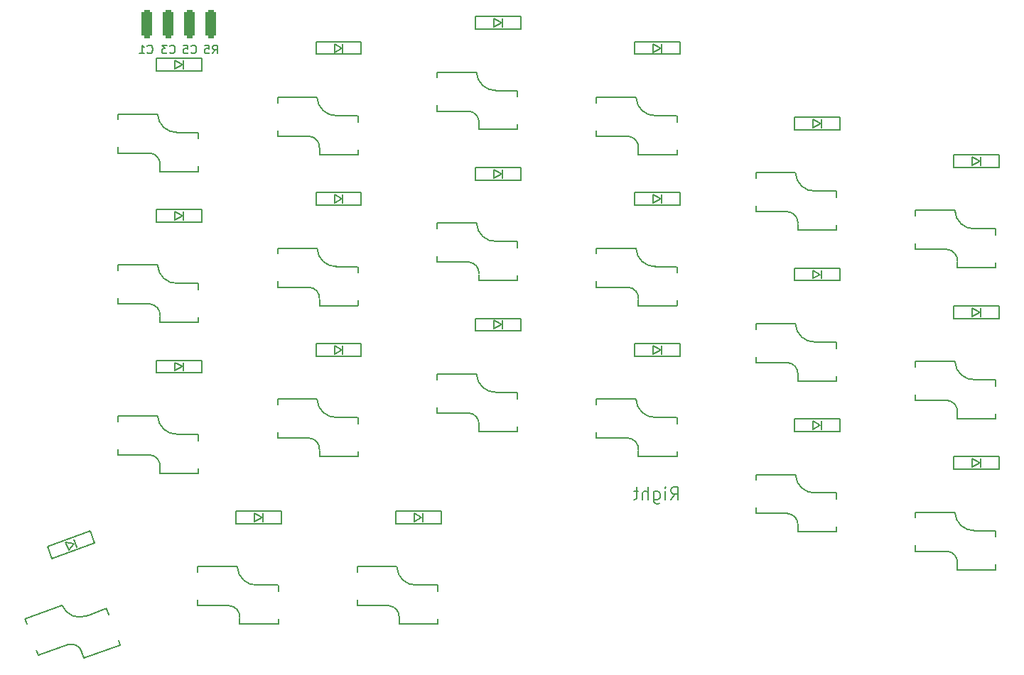
<source format=gbo>
%TF.GenerationSoftware,KiCad,Pcbnew,7.0.2-0*%
%TF.CreationDate,2023-05-24T14:01:04+08:00*%
%TF.ProjectId,Input,496e7075-742e-46b6-9963-61645f706362,1*%
%TF.SameCoordinates,PX7bfa480PY6052340*%
%TF.FileFunction,Legend,Bot*%
%TF.FilePolarity,Positive*%
%FSLAX46Y46*%
G04 Gerber Fmt 4.6, Leading zero omitted, Abs format (unit mm)*
G04 Created by KiCad (PCBNEW 7.0.2-0) date 2023-05-24 14:01:04*
%MOMM*%
%LPD*%
G01*
G04 APERTURE LIST*
G04 Aperture macros list*
%AMRoundRect*
0 Rectangle with rounded corners*
0 $1 Rounding radius*
0 $2 $3 $4 $5 $6 $7 $8 $9 X,Y pos of 4 corners*
0 Add a 4 corners polygon primitive as box body*
4,1,4,$2,$3,$4,$5,$6,$7,$8,$9,$2,$3,0*
0 Add four circle primitives for the rounded corners*
1,1,$1+$1,$2,$3*
1,1,$1+$1,$4,$5*
1,1,$1+$1,$6,$7*
1,1,$1+$1,$8,$9*
0 Add four rect primitives between the rounded corners*
20,1,$1+$1,$2,$3,$4,$5,0*
20,1,$1+$1,$4,$5,$6,$7,0*
20,1,$1+$1,$6,$7,$8,$9,0*
20,1,$1+$1,$8,$9,$2,$3,0*%
%AMRotRect*
0 Rectangle, with rotation*
0 The origin of the aperture is its center*
0 $1 length*
0 $2 width*
0 $3 Rotation angle, in degrees counterclockwise*
0 Add horizontal line*
21,1,$1,$2,0,0,$3*%
G04 Aperture macros list end*
%ADD10C,0.150000*%
%ADD11C,0.200000*%
%ADD12C,0.010000*%
%ADD13C,3.000000*%
%ADD14C,3.200000*%
%ADD15RoundRect,0.317500X0.317500X1.397000X-0.317500X1.397000X-0.317500X-1.397000X0.317500X-1.397000X0*%
%ADD16C,1.700000*%
%ADD17R,2.000000X2.600000*%
%ADD18R,1.400000X1.000000*%
%ADD19RotRect,2.000000X2.600000X20.000000*%
%ADD20RotRect,1.400000X1.000000X200.000000*%
G04 APERTURE END LIST*
D10*
X-3780334Y23932620D02*
X-3732715Y23885000D01*
X-3732715Y23885000D02*
X-3589858Y23837381D01*
X-3589858Y23837381D02*
X-3494620Y23837381D01*
X-3494620Y23837381D02*
X-3351763Y23885000D01*
X-3351763Y23885000D02*
X-3256525Y23980239D01*
X-3256525Y23980239D02*
X-3208906Y24075477D01*
X-3208906Y24075477D02*
X-3161287Y24265953D01*
X-3161287Y24265953D02*
X-3161287Y24408810D01*
X-3161287Y24408810D02*
X-3208906Y24599286D01*
X-3208906Y24599286D02*
X-3256525Y24694524D01*
X-3256525Y24694524D02*
X-3351763Y24789762D01*
X-3351763Y24789762D02*
X-3494620Y24837381D01*
X-3494620Y24837381D02*
X-3589858Y24837381D01*
X-3589858Y24837381D02*
X-3732715Y24789762D01*
X-3732715Y24789762D02*
X-3780334Y24742143D01*
X-4732715Y23837381D02*
X-4161287Y23837381D01*
X-4447001Y23837381D02*
X-4447001Y24837381D01*
X-4447001Y24837381D02*
X-4351763Y24694524D01*
X-4351763Y24694524D02*
X-4256525Y24599286D01*
X-4256525Y24599286D02*
X-4161287Y24551667D01*
X-1113334Y23932620D02*
X-1065715Y23885000D01*
X-1065715Y23885000D02*
X-922858Y23837381D01*
X-922858Y23837381D02*
X-827620Y23837381D01*
X-827620Y23837381D02*
X-684763Y23885000D01*
X-684763Y23885000D02*
X-589525Y23980239D01*
X-589525Y23980239D02*
X-541906Y24075477D01*
X-541906Y24075477D02*
X-494287Y24265953D01*
X-494287Y24265953D02*
X-494287Y24408810D01*
X-494287Y24408810D02*
X-541906Y24599286D01*
X-541906Y24599286D02*
X-589525Y24694524D01*
X-589525Y24694524D02*
X-684763Y24789762D01*
X-684763Y24789762D02*
X-827620Y24837381D01*
X-827620Y24837381D02*
X-922858Y24837381D01*
X-922858Y24837381D02*
X-1065715Y24789762D01*
X-1065715Y24789762D02*
X-1113334Y24742143D01*
X-1446668Y24837381D02*
X-2065715Y24837381D01*
X-2065715Y24837381D02*
X-1732382Y24456429D01*
X-1732382Y24456429D02*
X-1875239Y24456429D01*
X-1875239Y24456429D02*
X-1970477Y24408810D01*
X-1970477Y24408810D02*
X-2018096Y24361191D01*
X-2018096Y24361191D02*
X-2065715Y24265953D01*
X-2065715Y24265953D02*
X-2065715Y24027858D01*
X-2065715Y24027858D02*
X-2018096Y23932620D01*
X-2018096Y23932620D02*
X-1970477Y23885000D01*
X-1970477Y23885000D02*
X-1875239Y23837381D01*
X-1875239Y23837381D02*
X-1589525Y23837381D01*
X-1589525Y23837381D02*
X-1494287Y23885000D01*
X-1494287Y23885000D02*
X-1446668Y23932620D01*
D11*
X58578571Y-29393928D02*
X59078571Y-28679642D01*
X59435714Y-29393928D02*
X59435714Y-27893928D01*
X59435714Y-27893928D02*
X58864285Y-27893928D01*
X58864285Y-27893928D02*
X58721428Y-27965357D01*
X58721428Y-27965357D02*
X58649999Y-28036785D01*
X58649999Y-28036785D02*
X58578571Y-28179642D01*
X58578571Y-28179642D02*
X58578571Y-28393928D01*
X58578571Y-28393928D02*
X58649999Y-28536785D01*
X58649999Y-28536785D02*
X58721428Y-28608214D01*
X58721428Y-28608214D02*
X58864285Y-28679642D01*
X58864285Y-28679642D02*
X59435714Y-28679642D01*
X57935714Y-29393928D02*
X57935714Y-28393928D01*
X57935714Y-27893928D02*
X58007142Y-27965357D01*
X58007142Y-27965357D02*
X57935714Y-28036785D01*
X57935714Y-28036785D02*
X57864285Y-27965357D01*
X57864285Y-27965357D02*
X57935714Y-27893928D01*
X57935714Y-27893928D02*
X57935714Y-28036785D01*
X56578571Y-28393928D02*
X56578571Y-29608214D01*
X56578571Y-29608214D02*
X56649999Y-29751071D01*
X56649999Y-29751071D02*
X56721428Y-29822500D01*
X56721428Y-29822500D02*
X56864285Y-29893928D01*
X56864285Y-29893928D02*
X57078571Y-29893928D01*
X57078571Y-29893928D02*
X57221428Y-29822500D01*
X56578571Y-29322500D02*
X56721428Y-29393928D01*
X56721428Y-29393928D02*
X57007142Y-29393928D01*
X57007142Y-29393928D02*
X57149999Y-29322500D01*
X57149999Y-29322500D02*
X57221428Y-29251071D01*
X57221428Y-29251071D02*
X57292856Y-29108214D01*
X57292856Y-29108214D02*
X57292856Y-28679642D01*
X57292856Y-28679642D02*
X57221428Y-28536785D01*
X57221428Y-28536785D02*
X57149999Y-28465357D01*
X57149999Y-28465357D02*
X57007142Y-28393928D01*
X57007142Y-28393928D02*
X56721428Y-28393928D01*
X56721428Y-28393928D02*
X56578571Y-28465357D01*
X55864285Y-29393928D02*
X55864285Y-27893928D01*
X55221428Y-29393928D02*
X55221428Y-28608214D01*
X55221428Y-28608214D02*
X55292856Y-28465357D01*
X55292856Y-28465357D02*
X55435713Y-28393928D01*
X55435713Y-28393928D02*
X55649999Y-28393928D01*
X55649999Y-28393928D02*
X55792856Y-28465357D01*
X55792856Y-28465357D02*
X55864285Y-28536785D01*
X54721427Y-28393928D02*
X54149999Y-28393928D01*
X54507142Y-27893928D02*
X54507142Y-29179642D01*
X54507142Y-29179642D02*
X54435713Y-29322500D01*
X54435713Y-29322500D02*
X54292856Y-29393928D01*
X54292856Y-29393928D02*
X54149999Y-29393928D01*
D10*
X3966666Y23837381D02*
X4299999Y24313572D01*
X4538094Y23837381D02*
X4538094Y24837381D01*
X4538094Y24837381D02*
X4157142Y24837381D01*
X4157142Y24837381D02*
X4061904Y24789762D01*
X4061904Y24789762D02*
X4014285Y24742143D01*
X4014285Y24742143D02*
X3966666Y24646905D01*
X3966666Y24646905D02*
X3966666Y24504048D01*
X3966666Y24504048D02*
X4014285Y24408810D01*
X4014285Y24408810D02*
X4061904Y24361191D01*
X4061904Y24361191D02*
X4157142Y24313572D01*
X4157142Y24313572D02*
X4538094Y24313572D01*
X3061904Y24837381D02*
X3538094Y24837381D01*
X3538094Y24837381D02*
X3585713Y24361191D01*
X3585713Y24361191D02*
X3538094Y24408810D01*
X3538094Y24408810D02*
X3442856Y24456429D01*
X3442856Y24456429D02*
X3204761Y24456429D01*
X3204761Y24456429D02*
X3109523Y24408810D01*
X3109523Y24408810D02*
X3061904Y24361191D01*
X3061904Y24361191D02*
X3014285Y24265953D01*
X3014285Y24265953D02*
X3014285Y24027858D01*
X3014285Y24027858D02*
X3061904Y23932620D01*
X3061904Y23932620D02*
X3109523Y23885000D01*
X3109523Y23885000D02*
X3204761Y23837381D01*
X3204761Y23837381D02*
X3442856Y23837381D01*
X3442856Y23837381D02*
X3538094Y23885000D01*
X3538094Y23885000D02*
X3585713Y23932620D01*
X1426666Y23932620D02*
X1474285Y23885000D01*
X1474285Y23885000D02*
X1617142Y23837381D01*
X1617142Y23837381D02*
X1712380Y23837381D01*
X1712380Y23837381D02*
X1855237Y23885000D01*
X1855237Y23885000D02*
X1950475Y23980239D01*
X1950475Y23980239D02*
X1998094Y24075477D01*
X1998094Y24075477D02*
X2045713Y24265953D01*
X2045713Y24265953D02*
X2045713Y24408810D01*
X2045713Y24408810D02*
X1998094Y24599286D01*
X1998094Y24599286D02*
X1950475Y24694524D01*
X1950475Y24694524D02*
X1855237Y24789762D01*
X1855237Y24789762D02*
X1712380Y24837381D01*
X1712380Y24837381D02*
X1617142Y24837381D01*
X1617142Y24837381D02*
X1474285Y24789762D01*
X1474285Y24789762D02*
X1426666Y24742143D01*
X521904Y24837381D02*
X998094Y24837381D01*
X998094Y24837381D02*
X1045713Y24361191D01*
X1045713Y24361191D02*
X998094Y24408810D01*
X998094Y24408810D02*
X902856Y24456429D01*
X902856Y24456429D02*
X664761Y24456429D01*
X664761Y24456429D02*
X569523Y24408810D01*
X569523Y24408810D02*
X521904Y24361191D01*
X521904Y24361191D02*
X474285Y24265953D01*
X474285Y24265953D02*
X474285Y24027858D01*
X474285Y24027858D02*
X521904Y23932620D01*
X521904Y23932620D02*
X569523Y23885000D01*
X569523Y23885000D02*
X664761Y23837381D01*
X664761Y23837381D02*
X902856Y23837381D01*
X902856Y23837381D02*
X998094Y23885000D01*
X998094Y23885000D02*
X1045713Y23932620D01*
%TO.C,SW20*%
X21300000Y12380000D02*
X21300000Y11800000D01*
X21300000Y15682000D02*
X21300000Y15682000D01*
X21300000Y16400000D02*
X21300000Y15682000D01*
X21275000Y11775000D02*
X16725000Y11775000D01*
X21275000Y16425000D02*
X18725000Y16425000D01*
X16720000Y12500000D02*
X16720000Y11800000D01*
X16425000Y18625000D02*
X11725000Y18625000D01*
X15500000Y13975000D02*
X11725000Y13975000D01*
X11725000Y14666000D02*
X11725000Y13975000D01*
X11725000Y18625000D02*
X11725000Y17968000D01*
X16430001Y18600000D02*
G75*
G03*
X18800000Y16430001I2269999J100000D01*
G01*
X16720000Y12550000D02*
G75*
G03*
X15500000Y13970000I-1320000J100000D01*
G01*
%TO.C,D47*%
X78700000Y-21250000D02*
X73300000Y-21250000D01*
X78700000Y-19750000D02*
X78700000Y-21250000D01*
X76500000Y-20000000D02*
X76500000Y-21000000D01*
X76400000Y-20500000D02*
X75500000Y-20000000D01*
X75500000Y-21000000D02*
X76400000Y-20500000D01*
X75500000Y-20000000D02*
X75500000Y-21000000D01*
X73300000Y-19750000D02*
X78700000Y-19750000D01*
X73300000Y-19750000D02*
X73300000Y-21250000D01*
%TO.C,D32*%
X21700000Y5775000D02*
X16300000Y5775000D01*
X21700000Y7275000D02*
X21700000Y5775000D01*
X19500000Y7025000D02*
X19500000Y6025000D01*
X19400000Y6525000D02*
X18500000Y7025000D01*
X18500000Y6025000D02*
X19400000Y6525000D01*
X18500000Y7025000D02*
X18500000Y6025000D01*
X16300000Y7275000D02*
X21700000Y7275000D01*
X16300000Y7275000D02*
X16300000Y5775000D01*
%TO.C,SW22*%
X59300000Y12380000D02*
X59300000Y11800000D01*
X59300000Y15682000D02*
X59300000Y15682000D01*
X59300000Y16400000D02*
X59300000Y15682000D01*
X59275000Y11775000D02*
X54725000Y11775000D01*
X59275000Y16425000D02*
X56725000Y16425000D01*
X54720000Y12500000D02*
X54720000Y11800000D01*
X54425000Y18625000D02*
X49725000Y18625000D01*
X53500000Y13975000D02*
X49725000Y13975000D01*
X49725000Y14666000D02*
X49725000Y13975000D01*
X49725000Y18625000D02*
X49725000Y17968000D01*
X54430001Y18600000D02*
G75*
G03*
X56800000Y16430001I2269999J100000D01*
G01*
X54720000Y12550000D02*
G75*
G03*
X53500000Y13970000I-1320000J100000D01*
G01*
%TO.C,D21*%
X40700000Y26750000D02*
X35300000Y26750000D01*
X40700000Y28250000D02*
X40700000Y26750000D01*
X38500000Y28000000D02*
X38500000Y27000000D01*
X38400000Y27500000D02*
X37500000Y28000000D01*
X37500000Y27000000D02*
X38400000Y27500000D01*
X37500000Y28000000D02*
X37500000Y27000000D01*
X35300000Y28250000D02*
X40700000Y28250000D01*
X35300000Y28250000D02*
X35300000Y26750000D01*
%TO.C,D56*%
X12200000Y-32250000D02*
X6800000Y-32250000D01*
X12200000Y-30750000D02*
X12200000Y-32250000D01*
X10000000Y-31000000D02*
X10000000Y-32000000D01*
X9900000Y-31500000D02*
X9000000Y-31000000D01*
X9000000Y-32000000D02*
X9900000Y-31500000D01*
X9000000Y-31000000D02*
X9000000Y-32000000D01*
X6800000Y-30750000D02*
X12200000Y-30750000D01*
X6800000Y-30750000D02*
X6800000Y-32250000D01*
%TO.C,D57*%
X31199984Y-32250000D02*
X25799984Y-32250000D01*
X31199984Y-30750000D02*
X31199984Y-32250000D01*
X28999984Y-31000000D02*
X28999984Y-32000000D01*
X28899984Y-31500000D02*
X27999984Y-31000000D01*
X27999984Y-32000000D02*
X28899984Y-31500000D01*
X27999984Y-31000000D02*
X27999984Y-32000000D01*
X25799984Y-30750000D02*
X31199984Y-30750000D01*
X25799984Y-30750000D02*
X25799984Y-32250000D01*
%TO.C,SW44*%
X21300000Y-23620000D02*
X21300000Y-24200000D01*
X21300000Y-20318000D02*
X21300000Y-20318000D01*
X21300000Y-19600000D02*
X21300000Y-20318000D01*
X21275000Y-24225000D02*
X16725000Y-24225000D01*
X21275000Y-19575000D02*
X18725000Y-19575000D01*
X16720000Y-23500000D02*
X16720000Y-24200000D01*
X16425000Y-17375000D02*
X11725000Y-17375000D01*
X15500000Y-22025000D02*
X11725000Y-22025000D01*
X11725000Y-21334000D02*
X11725000Y-22025000D01*
X11725000Y-17375000D02*
X11725000Y-18032000D01*
X16430001Y-17400000D02*
G75*
G03*
X18800000Y-19569999I2269999J100000D01*
G01*
X16720000Y-23450000D02*
G75*
G03*
X15500000Y-22030000I-1320000J100000D01*
G01*
%TO.C,SW36*%
X97300000Y-19120000D02*
X97300000Y-19700000D01*
X97300000Y-15818000D02*
X97300000Y-15818000D01*
X97300000Y-15100000D02*
X97300000Y-15818000D01*
X97275000Y-19725000D02*
X92725000Y-19725000D01*
X97275000Y-15075000D02*
X94725000Y-15075000D01*
X92720000Y-19000000D02*
X92720000Y-19700000D01*
X92425000Y-12875000D02*
X87725000Y-12875000D01*
X91500000Y-17525000D02*
X87725000Y-17525000D01*
X87725000Y-16834000D02*
X87725000Y-17525000D01*
X87725000Y-12875000D02*
X87725000Y-13532000D01*
X92430001Y-12900000D02*
G75*
G03*
X94800000Y-15069999I2269999J100000D01*
G01*
X92720000Y-18950000D02*
G75*
G03*
X91500000Y-17530000I-1320000J100000D01*
G01*
%TO.C,D23*%
X78750000Y14750000D02*
X73350000Y14750000D01*
X78750000Y16250000D02*
X78750000Y14750000D01*
X76550000Y16000000D02*
X76550000Y15000000D01*
X76450000Y15500000D02*
X75550000Y16000000D01*
X75550000Y15000000D02*
X76450000Y15500000D01*
X75550000Y16000000D02*
X75550000Y15000000D01*
X73350000Y16250000D02*
X78750000Y16250000D01*
X73350000Y16250000D02*
X73350000Y14750000D01*
%TO.C,SW34*%
X59300000Y-5620000D02*
X59300000Y-6200000D01*
X59300000Y-2318000D02*
X59300000Y-2318000D01*
X59300000Y-1600000D02*
X59300000Y-2318000D01*
X59275000Y-6225000D02*
X54725000Y-6225000D01*
X59275000Y-1575000D02*
X56725000Y-1575000D01*
X54720000Y-5500000D02*
X54720000Y-6200000D01*
X54425000Y625000D02*
X49725000Y625000D01*
X53500000Y-4025000D02*
X49725000Y-4025000D01*
X49725000Y-3334000D02*
X49725000Y-4025000D01*
X49725000Y625000D02*
X49725000Y-32000D01*
X54430001Y600000D02*
G75*
G03*
X56800000Y-1569999I2269999J100000D01*
G01*
X54720000Y-5450000D02*
G75*
G03*
X53500000Y-4030000I-1320000J100000D01*
G01*
%TO.C,D31*%
X2699998Y3749997D02*
X-2700002Y3749997D01*
X2699998Y5249997D02*
X2699998Y3749997D01*
X499998Y4999997D02*
X499998Y3999997D01*
X399998Y4499997D02*
X-500002Y4999997D01*
X-500002Y3999997D02*
X399998Y4499997D01*
X-500002Y4999997D02*
X-500002Y3999997D01*
X-2700002Y5249997D02*
X2699998Y5249997D01*
X-2700002Y5249997D02*
X-2700002Y3749997D01*
%TO.C,SW55*%
X-11594453Y-47572516D02*
G75*
G03*
X-13226547Y-46655417I-1274596J-357497D01*
G01*
X-13936187Y-41986561D02*
G75*
G03*
X-10966931Y-43215107I2098901J870355D01*
G01*
X-18365990Y-43572274D02*
X-18141283Y-44189652D01*
X-17011932Y-47292517D02*
X-16775596Y-47941845D01*
X-13228257Y-46650719D02*
X-16775596Y-47941845D01*
X-13949435Y-41964779D02*
X-18365990Y-43572274D01*
X-11577352Y-47619501D02*
X-11337938Y-48277285D01*
X-8639481Y-42373305D02*
X-11035697Y-43245457D01*
X-7049088Y-46742876D02*
X-11324689Y-48299068D01*
X-8607438Y-42388247D02*
X-8361868Y-43062946D01*
X-8361868Y-43062946D02*
X-8361868Y-43062946D01*
X-7232517Y-46165811D02*
X-7034146Y-46710833D01*
%TO.C,D46*%
X59700000Y-12250000D02*
X54300000Y-12250000D01*
X59700000Y-10750000D02*
X59700000Y-12250000D01*
X57500000Y-11000000D02*
X57500000Y-12000000D01*
X57400000Y-11500000D02*
X56500000Y-11000000D01*
X56500000Y-12000000D02*
X57400000Y-11500000D01*
X56500000Y-11000000D02*
X56500000Y-12000000D01*
X54300000Y-10750000D02*
X59700000Y-10750000D01*
X54300000Y-10750000D02*
X54300000Y-12250000D01*
%TO.C,SW21*%
X40300000Y15380000D02*
X40300000Y14800000D01*
X40300000Y18682000D02*
X40300000Y18682000D01*
X40300000Y19400000D02*
X40300000Y18682000D01*
X40275000Y14775000D02*
X35725000Y14775000D01*
X40275000Y19425000D02*
X37725000Y19425000D01*
X35720000Y15500000D02*
X35720000Y14800000D01*
X35425000Y21625000D02*
X30725000Y21625000D01*
X34500000Y16975000D02*
X30725000Y16975000D01*
X30725000Y17666000D02*
X30725000Y16975000D01*
X30725000Y21625000D02*
X30725000Y20968000D01*
X35430001Y21600000D02*
G75*
G03*
X37800000Y19430001I2269999J100000D01*
G01*
X35720000Y15550000D02*
G75*
G03*
X34500000Y16970000I-1320000J100000D01*
G01*
%TO.C,SW19*%
X2300000Y10380000D02*
X2300000Y9800000D01*
X2300000Y13682000D02*
X2300000Y13682000D01*
X2300000Y14400000D02*
X2300000Y13682000D01*
X2275000Y9775000D02*
X-2275000Y9775000D01*
X2275000Y14425000D02*
X-275000Y14425000D01*
X-2280000Y10500000D02*
X-2280000Y9800000D01*
X-2575000Y16625000D02*
X-7275000Y16625000D01*
X-3500000Y11975000D02*
X-7275000Y11975000D01*
X-7275000Y12666000D02*
X-7275000Y11975000D01*
X-7275000Y16625000D02*
X-7275000Y15968000D01*
X-2569999Y16600000D02*
G75*
G03*
X-200000Y14430001I2269999J100000D01*
G01*
X-2280000Y10550000D02*
G75*
G03*
X-3500000Y11970000I-1320000J100000D01*
G01*
%TO.C,D44*%
X21700000Y-12250000D02*
X16300000Y-12250000D01*
X21700000Y-10750000D02*
X21700000Y-12250000D01*
X19500000Y-11000000D02*
X19500000Y-12000000D01*
X19400000Y-11500000D02*
X18500000Y-11000000D01*
X18500000Y-12000000D02*
X19400000Y-11500000D01*
X18500000Y-11000000D02*
X18500000Y-12000000D01*
X16300000Y-10750000D02*
X21700000Y-10750000D01*
X16300000Y-10750000D02*
X16300000Y-12250000D01*
%TO.C,D24*%
X97700000Y10250000D02*
X92300000Y10250000D01*
X97700000Y11750000D02*
X97700000Y10250000D01*
X95500000Y11500000D02*
X95500000Y10500000D01*
X95400000Y11000000D02*
X94500000Y11500000D01*
X94500000Y10500000D02*
X95400000Y11000000D01*
X94500000Y11500000D02*
X94500000Y10500000D01*
X92300000Y11750000D02*
X97700000Y11750000D01*
X92300000Y11750000D02*
X92300000Y10250000D01*
%TO.C,SW45*%
X40300000Y-20620000D02*
X40300000Y-21200000D01*
X40300000Y-17318000D02*
X40300000Y-17318000D01*
X40300000Y-16600000D02*
X40300000Y-17318000D01*
X40275000Y-21225000D02*
X35725000Y-21225000D01*
X40275000Y-16575000D02*
X37725000Y-16575000D01*
X35720000Y-20500000D02*
X35720000Y-21200000D01*
X35425000Y-14375000D02*
X30725000Y-14375000D01*
X34500000Y-19025000D02*
X30725000Y-19025000D01*
X30725000Y-18334000D02*
X30725000Y-19025000D01*
X30725000Y-14375000D02*
X30725000Y-15032000D01*
X35430001Y-14400000D02*
G75*
G03*
X37800000Y-16569999I2269999J100000D01*
G01*
X35720000Y-20450000D02*
G75*
G03*
X34500000Y-19030000I-1320000J100000D01*
G01*
%TO.C,D35*%
X78700000Y-3250000D02*
X73300000Y-3250000D01*
X78700000Y-1750000D02*
X78700000Y-3250000D01*
X76500000Y-2000000D02*
X76500000Y-3000000D01*
X76400000Y-2500000D02*
X75500000Y-2000000D01*
X75500000Y-3000000D02*
X76400000Y-2500000D01*
X75500000Y-2000000D02*
X75500000Y-3000000D01*
X73300000Y-1750000D02*
X78700000Y-1750000D01*
X73300000Y-1750000D02*
X73300000Y-3250000D01*
%TO.C,D43*%
X2699998Y-14250003D02*
X-2700002Y-14250003D01*
X2699998Y-12750003D02*
X2699998Y-14250003D01*
X499998Y-13000003D02*
X499998Y-14000003D01*
X399998Y-13500003D02*
X-500002Y-13000003D01*
X-500002Y-14000003D02*
X399998Y-13500003D01*
X-500002Y-13000003D02*
X-500002Y-14000003D01*
X-2700002Y-12750003D02*
X2699998Y-12750003D01*
X-2700002Y-12750003D02*
X-2700002Y-14250003D01*
%TO.C,SW33*%
X40300000Y-2620000D02*
X40300000Y-3200000D01*
X40300000Y682000D02*
X40300000Y682000D01*
X40300000Y1400000D02*
X40300000Y682000D01*
X40275000Y-3225000D02*
X35725000Y-3225000D01*
X40275000Y1425000D02*
X37725000Y1425000D01*
X35720000Y-2500000D02*
X35720000Y-3200000D01*
X35425000Y3625000D02*
X30725000Y3625000D01*
X34500000Y-1025000D02*
X30725000Y-1025000D01*
X30725000Y-334000D02*
X30725000Y-1025000D01*
X30725000Y3625000D02*
X30725000Y2968000D01*
X35430001Y3600000D02*
G75*
G03*
X37800000Y1430001I2269999J100000D01*
G01*
X35720000Y-2450000D02*
G75*
G03*
X34500000Y-1030000I-1320000J100000D01*
G01*
%TO.C,SW24*%
X97300000Y-1120000D02*
X97300000Y-1700000D01*
X97300000Y2182000D02*
X97300000Y2182000D01*
X97300000Y2900000D02*
X97300000Y2182000D01*
X97275000Y-1725000D02*
X92725000Y-1725000D01*
X97275000Y2925000D02*
X94725000Y2925000D01*
X92720000Y-1000000D02*
X92720000Y-1700000D01*
X92425000Y5125000D02*
X87725000Y5125000D01*
X91500000Y475000D02*
X87725000Y475000D01*
X87725000Y1166000D02*
X87725000Y475000D01*
X87725000Y5125000D02*
X87725000Y4468000D01*
X92430001Y5100000D02*
G75*
G03*
X94800000Y2930001I2269999J100000D01*
G01*
X92720000Y-950000D02*
G75*
G03*
X91500000Y470000I-1320000J100000D01*
G01*
%TO.C,SW47*%
X78300000Y-32620000D02*
X78300000Y-33200000D01*
X78300000Y-29318000D02*
X78300000Y-29318000D01*
X78300000Y-28600000D02*
X78300000Y-29318000D01*
X78275000Y-33225000D02*
X73725000Y-33225000D01*
X78275000Y-28575000D02*
X75725000Y-28575000D01*
X73720000Y-32500000D02*
X73720000Y-33200000D01*
X73425000Y-26375000D02*
X68725000Y-26375000D01*
X72500000Y-31025000D02*
X68725000Y-31025000D01*
X68725000Y-30334000D02*
X68725000Y-31025000D01*
X68725000Y-26375000D02*
X68725000Y-27032000D01*
X73430001Y-26400000D02*
G75*
G03*
X75800000Y-28569999I2269999J100000D01*
G01*
X73720000Y-32450000D02*
G75*
G03*
X72500000Y-31030000I-1320000J100000D01*
G01*
%TO.C,D19*%
X2700000Y21750000D02*
X-2700000Y21750000D01*
X2700000Y23250000D02*
X2700000Y21750000D01*
X500000Y23000000D02*
X500000Y22000000D01*
X400000Y22500000D02*
X-500000Y23000000D01*
X-500000Y22000000D02*
X400000Y22500000D01*
X-500000Y23000000D02*
X-500000Y22000000D01*
X-2700000Y23250000D02*
X2700000Y23250000D01*
X-2700000Y23250000D02*
X-2700000Y21750000D01*
%TO.C,SW32*%
X21300000Y-5620000D02*
X21300000Y-6200000D01*
X21300000Y-2318000D02*
X21300000Y-2318000D01*
X21300000Y-1600000D02*
X21300000Y-2318000D01*
X21275000Y-6225000D02*
X16725000Y-6225000D01*
X21275000Y-1575000D02*
X18725000Y-1575000D01*
X16720000Y-5500000D02*
X16720000Y-6200000D01*
X16425000Y625000D02*
X11725000Y625000D01*
X15500000Y-4025000D02*
X11725000Y-4025000D01*
X11725000Y-3334000D02*
X11725000Y-4025000D01*
X11725000Y625000D02*
X11725000Y-32000D01*
X16430001Y600000D02*
G75*
G03*
X18800000Y-1569999I2269999J100000D01*
G01*
X16720000Y-5450000D02*
G75*
G03*
X15500000Y-4030000I-1320000J100000D01*
G01*
%TO.C,SW35*%
X78300000Y-14620000D02*
X78300000Y-15200000D01*
X78300000Y-11318000D02*
X78300000Y-11318000D01*
X78300000Y-10600000D02*
X78300000Y-11318000D01*
X78275000Y-15225000D02*
X73725000Y-15225000D01*
X78275000Y-10575000D02*
X75725000Y-10575000D01*
X73720000Y-14500000D02*
X73720000Y-15200000D01*
X73425000Y-8375000D02*
X68725000Y-8375000D01*
X72500000Y-13025000D02*
X68725000Y-13025000D01*
X68725000Y-12334000D02*
X68725000Y-13025000D01*
X68725000Y-8375000D02*
X68725000Y-9032000D01*
X73430001Y-8400000D02*
G75*
G03*
X75800000Y-10569999I2269999J100000D01*
G01*
X73720000Y-14450000D02*
G75*
G03*
X72500000Y-13030000I-1320000J100000D01*
G01*
%TO.C,SW43*%
X2300000Y-25620000D02*
X2300000Y-26200000D01*
X2300000Y-22318000D02*
X2300000Y-22318000D01*
X2300000Y-21600000D02*
X2300000Y-22318000D01*
X2275000Y-26225000D02*
X-2275000Y-26225000D01*
X2275000Y-21575000D02*
X-275000Y-21575000D01*
X-2280000Y-25500000D02*
X-2280000Y-26200000D01*
X-2575000Y-19375000D02*
X-7275000Y-19375000D01*
X-3500000Y-24025000D02*
X-7275000Y-24025000D01*
X-7275000Y-23334000D02*
X-7275000Y-24025000D01*
X-7275000Y-19375000D02*
X-7275000Y-20032000D01*
X-2569999Y-19400000D02*
G75*
G03*
X-200000Y-21569999I2269999J100000D01*
G01*
X-2280000Y-25450000D02*
G75*
G03*
X-3500000Y-24030000I-1320000J100000D01*
G01*
%TO.C,SW31*%
X2300000Y-7620000D02*
X2300000Y-8200000D01*
X2300000Y-4318000D02*
X2300000Y-4318000D01*
X2300000Y-3600000D02*
X2300000Y-4318000D01*
X2275000Y-8225000D02*
X-2275000Y-8225000D01*
X2275000Y-3575000D02*
X-275000Y-3575000D01*
X-2280000Y-7500000D02*
X-2280000Y-8200000D01*
X-2575000Y-1375000D02*
X-7275000Y-1375000D01*
X-3500000Y-6025000D02*
X-7275000Y-6025000D01*
X-7275000Y-5334000D02*
X-7275000Y-6025000D01*
X-7275000Y-1375000D02*
X-7275000Y-2032000D01*
X-2569999Y-1400000D02*
G75*
G03*
X-200000Y-3569999I2269999J100000D01*
G01*
X-2280000Y-7450000D02*
G75*
G03*
X-3500000Y-6030000I-1320000J100000D01*
G01*
%TO.C,D20*%
X21700000Y23750000D02*
X16300000Y23750000D01*
X21700000Y25250000D02*
X21700000Y23750000D01*
X19500000Y25000000D02*
X19500000Y24000000D01*
X19400000Y24500000D02*
X18500000Y25000000D01*
X18500000Y24000000D02*
X19400000Y24500000D01*
X18500000Y25000000D02*
X18500000Y24000000D01*
X16300000Y25250000D02*
X21700000Y25250000D01*
X16300000Y25250000D02*
X16300000Y23750000D01*
%TO.C,D33*%
X40700000Y8750000D02*
X35300000Y8750000D01*
X40700000Y10250000D02*
X40700000Y8750000D01*
X38500000Y10000000D02*
X38500000Y9000000D01*
X38400000Y9500000D02*
X37500000Y10000000D01*
X37500000Y9000000D02*
X38400000Y9500000D01*
X37500000Y10000000D02*
X37500000Y9000000D01*
X35300000Y10250000D02*
X40700000Y10250000D01*
X35300000Y10250000D02*
X35300000Y8750000D01*
%TO.C,D22*%
X59700000Y23750000D02*
X54300000Y23750000D01*
X59700000Y25250000D02*
X59700000Y23750000D01*
X57500000Y25000000D02*
X57500000Y24000000D01*
X57400000Y24500000D02*
X56500000Y25000000D01*
X56500000Y24000000D02*
X57400000Y24500000D01*
X56500000Y25000000D02*
X56500000Y24000000D01*
X54300000Y25250000D02*
X59700000Y25250000D01*
X54300000Y25250000D02*
X54300000Y23750000D01*
%TO.C,D45*%
X40700000Y-9250000D02*
X35300000Y-9250000D01*
X40700000Y-7750000D02*
X40700000Y-9250000D01*
X38500000Y-8000000D02*
X38500000Y-9000000D01*
X38400000Y-8500000D02*
X37500000Y-8000000D01*
X37500000Y-9000000D02*
X38400000Y-8500000D01*
X37500000Y-8000000D02*
X37500000Y-9000000D01*
X35300000Y-7750000D02*
X40700000Y-7750000D01*
X35300000Y-7750000D02*
X35300000Y-9250000D01*
%TO.C,SW23*%
X78300000Y3380000D02*
X78300000Y2800000D01*
X78300000Y6682000D02*
X78300000Y6682000D01*
X78300000Y7400000D02*
X78300000Y6682000D01*
X78275000Y2775000D02*
X73725000Y2775000D01*
X78275000Y7425000D02*
X75725000Y7425000D01*
X73720000Y3500000D02*
X73720000Y2800000D01*
X73425000Y9625000D02*
X68725000Y9625000D01*
X72500000Y4975000D02*
X68725000Y4975000D01*
X68725000Y5666000D02*
X68725000Y4975000D01*
X68725000Y9625000D02*
X68725000Y8968000D01*
X73430001Y9600000D02*
G75*
G03*
X75800000Y7430001I2269999J100000D01*
G01*
X73720000Y3550000D02*
G75*
G03*
X72500000Y4970000I-1320000J100000D01*
G01*
%TO.C,SW48*%
X97300000Y-37120000D02*
X97300000Y-37700000D01*
X97300000Y-33818000D02*
X97300000Y-33818000D01*
X97300000Y-33100000D02*
X97300000Y-33818000D01*
X97275000Y-37725000D02*
X92725000Y-37725000D01*
X97275000Y-33075000D02*
X94725000Y-33075000D01*
X92720000Y-37000000D02*
X92720000Y-37700000D01*
X92425000Y-30875000D02*
X87725000Y-30875000D01*
X91500000Y-35525000D02*
X87725000Y-35525000D01*
X87725000Y-34834000D02*
X87725000Y-35525000D01*
X87725000Y-30875000D02*
X87725000Y-31532000D01*
X92430001Y-30900000D02*
G75*
G03*
X94800000Y-33069999I2269999J100000D01*
G01*
X92720000Y-36950000D02*
G75*
G03*
X91500000Y-35530000I-1320000J100000D01*
G01*
%TO.C,SW46*%
X59300000Y-23620000D02*
X59300000Y-24200000D01*
X59300000Y-20318000D02*
X59300000Y-20318000D01*
X59300000Y-19600000D02*
X59300000Y-20318000D01*
X59275000Y-24225000D02*
X54725000Y-24225000D01*
X59275000Y-19575000D02*
X56725000Y-19575000D01*
X54720000Y-23500000D02*
X54720000Y-24200000D01*
X54425000Y-17375000D02*
X49725000Y-17375000D01*
X53500000Y-22025000D02*
X49725000Y-22025000D01*
X49725000Y-21334000D02*
X49725000Y-22025000D01*
X49725000Y-17375000D02*
X49725000Y-18032000D01*
X54430001Y-17400000D02*
G75*
G03*
X56800000Y-19569999I2269999J100000D01*
G01*
X54720000Y-23450000D02*
G75*
G03*
X53500000Y-22030000I-1320000J100000D01*
G01*
%TO.C,D34*%
X59700000Y5750000D02*
X54300000Y5750000D01*
X59700000Y7250000D02*
X59700000Y5750000D01*
X57500000Y7000000D02*
X57500000Y6000000D01*
X57400000Y6500000D02*
X56500000Y7000000D01*
X56500000Y6000000D02*
X57400000Y6500000D01*
X56500000Y7000000D02*
X56500000Y6000000D01*
X54300000Y7250000D02*
X59700000Y7250000D01*
X54300000Y7250000D02*
X54300000Y5750000D01*
%TO.C,SW56*%
X11799996Y-43620000D02*
X11799996Y-44200000D01*
X11799996Y-40318000D02*
X11799996Y-40318000D01*
X11799996Y-39600000D02*
X11799996Y-40318000D01*
X11774996Y-44225000D02*
X7224996Y-44225000D01*
X11774996Y-39575000D02*
X9224996Y-39575000D01*
X7219996Y-43500000D02*
X7219996Y-44200000D01*
X6924996Y-37375000D02*
X2224996Y-37375000D01*
X5999996Y-42025000D02*
X2224996Y-42025000D01*
X2224996Y-41334000D02*
X2224996Y-42025000D01*
X2224996Y-37375000D02*
X2224996Y-38032000D01*
X6929997Y-37400000D02*
G75*
G03*
X9299996Y-39569999I2269999J100000D01*
G01*
X7219996Y-43450000D02*
G75*
G03*
X5999996Y-42030000I-1320000J100000D01*
G01*
%TO.C,D55*%
X-10082650Y-34524954D02*
X-15156990Y-36371863D01*
X-10595680Y-33115415D02*
X-10082650Y-34524954D01*
X-12577499Y-34102783D02*
X-12235479Y-35042475D01*
X-12500458Y-34606831D02*
X-13517191Y-34444803D01*
X-13175171Y-35384495D02*
X-12500458Y-34606831D01*
X-13517191Y-34444803D02*
X-13175171Y-35384495D01*
X-15670020Y-34962324D02*
X-10595680Y-33115415D01*
X-15670020Y-34962324D02*
X-15156990Y-36371863D01*
%TO.C,SW57*%
X30800000Y-43620000D02*
X30800000Y-44200000D01*
X30800000Y-40318000D02*
X30800000Y-40318000D01*
X30800000Y-39600000D02*
X30800000Y-40318000D01*
X30775000Y-44225000D02*
X26225000Y-44225000D01*
X30775000Y-39575000D02*
X28225000Y-39575000D01*
X26220000Y-43500000D02*
X26220000Y-44200000D01*
X25925000Y-37375000D02*
X21225000Y-37375000D01*
X25000000Y-42025000D02*
X21225000Y-42025000D01*
X21225000Y-41334000D02*
X21225000Y-42025000D01*
X21225000Y-37375000D02*
X21225000Y-38032000D01*
X25930001Y-37400000D02*
G75*
G03*
X28300000Y-39569999I2269999J100000D01*
G01*
X26220000Y-43450000D02*
G75*
G03*
X25000000Y-42030000I-1320000J100000D01*
G01*
%TO.C,D36*%
X97700000Y-7750000D02*
X92300000Y-7750000D01*
X97700000Y-6250000D02*
X97700000Y-7750000D01*
X95500000Y-6500000D02*
X95500000Y-7500000D01*
X95400000Y-7000000D02*
X94500000Y-6500000D01*
X94500000Y-7500000D02*
X95400000Y-7000000D01*
X94500000Y-6500000D02*
X94500000Y-7500000D01*
X92300000Y-6250000D02*
X97700000Y-6250000D01*
X92300000Y-6250000D02*
X92300000Y-7750000D01*
%TO.C,D48*%
X97700000Y-25750000D02*
X92300000Y-25750000D01*
X97700000Y-24250000D02*
X97700000Y-25750000D01*
X95500000Y-24500000D02*
X95500000Y-25500000D01*
X95400000Y-25000000D02*
X94500000Y-24500000D01*
X94500000Y-25500000D02*
X95400000Y-25000000D01*
X94500000Y-24500000D02*
X94500000Y-25500000D01*
X92300000Y-24250000D02*
X97700000Y-24250000D01*
X92300000Y-24250000D02*
X92300000Y-25750000D01*
%TD*%
%LPC*%
%TO.C,REF\u002A\u002A*%
D12*
X54482829Y-37951097D02*
X54542753Y-37973355D01*
X54567673Y-37990080D01*
X54592910Y-38014043D01*
X54610912Y-38044526D01*
X54622858Y-38086023D01*
X54629930Y-38143032D01*
X54633308Y-38220047D01*
X54634171Y-38321565D01*
X54634002Y-38374027D01*
X54633153Y-38445715D01*
X54631711Y-38502925D01*
X54629814Y-38540809D01*
X54627597Y-38554514D01*
X54613172Y-38549981D01*
X54584054Y-38537670D01*
X54583181Y-38537272D01*
X54568060Y-38529356D01*
X54557891Y-38518495D01*
X54551691Y-38499471D01*
X54548478Y-38467069D01*
X54547270Y-38416071D01*
X54547086Y-38341261D01*
X54546714Y-38293804D01*
X54542750Y-38204615D01*
X54533673Y-38139287D01*
X54518524Y-38094393D01*
X54496345Y-38066507D01*
X54466175Y-38052203D01*
X54461990Y-38051206D01*
X54405480Y-38050427D01*
X54361410Y-38075744D01*
X54330972Y-38126502D01*
X54325544Y-38141175D01*
X54313171Y-38173649D01*
X54306905Y-38188572D01*
X54294036Y-38186516D01*
X54265933Y-38175357D01*
X54239721Y-38156927D01*
X54227771Y-38122098D01*
X54231336Y-38097151D01*
X54253235Y-38046547D01*
X54288644Y-37999128D01*
X54330052Y-37966334D01*
X54347400Y-37958752D01*
X54413089Y-37946076D01*
X54482829Y-37951097D01*
G36*
X54482829Y-37951097D02*
G01*
X54542753Y-37973355D01*
X54567673Y-37990080D01*
X54592910Y-38014043D01*
X54610912Y-38044526D01*
X54622858Y-38086023D01*
X54629930Y-38143032D01*
X54633308Y-38220047D01*
X54634171Y-38321565D01*
X54634002Y-38374027D01*
X54633153Y-38445715D01*
X54631711Y-38502925D01*
X54629814Y-38540809D01*
X54627597Y-38554514D01*
X54613172Y-38549981D01*
X54584054Y-38537670D01*
X54583181Y-38537272D01*
X54568060Y-38529356D01*
X54557891Y-38518495D01*
X54551691Y-38499471D01*
X54548478Y-38467069D01*
X54547270Y-38416071D01*
X54547086Y-38341261D01*
X54546714Y-38293804D01*
X54542750Y-38204615D01*
X54533673Y-38139287D01*
X54518524Y-38094393D01*
X54496345Y-38066507D01*
X54466175Y-38052203D01*
X54461990Y-38051206D01*
X54405480Y-38050427D01*
X54361410Y-38075744D01*
X54330972Y-38126502D01*
X54325544Y-38141175D01*
X54313171Y-38173649D01*
X54306905Y-38188572D01*
X54294036Y-38186516D01*
X54265933Y-38175357D01*
X54239721Y-38156927D01*
X54227771Y-38122098D01*
X54231336Y-38097151D01*
X54253235Y-38046547D01*
X54288644Y-37999128D01*
X54330052Y-37966334D01*
X54347400Y-37958752D01*
X54413089Y-37946076D01*
X54482829Y-37951097D01*
G37*
X58431020Y-37917822D02*
X58498810Y-37949680D01*
X58554366Y-38004770D01*
X58565881Y-38022016D01*
X58575432Y-38041562D01*
X58582206Y-38066198D01*
X58586819Y-38100711D01*
X58589888Y-38149889D01*
X58592029Y-38218519D01*
X58593859Y-38311389D01*
X58598404Y-38569007D01*
X58560225Y-38554491D01*
X58525268Y-38541156D01*
X58499097Y-38528323D01*
X58482013Y-38511780D01*
X58472086Y-38486465D01*
X58467386Y-38447316D01*
X58465982Y-38389268D01*
X58465943Y-38307261D01*
X58465744Y-38241895D01*
X58464559Y-38179173D01*
X58461729Y-38136334D01*
X58456609Y-38108220D01*
X58448553Y-38089675D01*
X58436914Y-38075543D01*
X58408303Y-38055600D01*
X58360239Y-38048083D01*
X58312688Y-38067079D01*
X58309550Y-38069511D01*
X58299769Y-38080748D01*
X58292553Y-38098770D01*
X58287299Y-38128026D01*
X58283402Y-38172962D01*
X58280256Y-38238028D01*
X58277257Y-38327670D01*
X58270000Y-38567697D01*
X58208314Y-38540044D01*
X58146629Y-38512391D01*
X58146629Y-38293246D01*
X58146884Y-38233711D01*
X58149086Y-38150892D01*
X58154661Y-38089227D01*
X58164941Y-38043748D01*
X58181258Y-38009484D01*
X58204943Y-37981466D01*
X58237328Y-37954723D01*
X58283907Y-37927780D01*
X58357287Y-37910191D01*
X58431020Y-37917822D01*
G36*
X58431020Y-37917822D02*
G01*
X58498810Y-37949680D01*
X58554366Y-38004770D01*
X58565881Y-38022016D01*
X58575432Y-38041562D01*
X58582206Y-38066198D01*
X58586819Y-38100711D01*
X58589888Y-38149889D01*
X58592029Y-38218519D01*
X58593859Y-38311389D01*
X58598404Y-38569007D01*
X58560225Y-38554491D01*
X58525268Y-38541156D01*
X58499097Y-38528323D01*
X58482013Y-38511780D01*
X58472086Y-38486465D01*
X58467386Y-38447316D01*
X58465982Y-38389268D01*
X58465943Y-38307261D01*
X58465744Y-38241895D01*
X58464559Y-38179173D01*
X58461729Y-38136334D01*
X58456609Y-38108220D01*
X58448553Y-38089675D01*
X58436914Y-38075543D01*
X58408303Y-38055600D01*
X58360239Y-38048083D01*
X58312688Y-38067079D01*
X58309550Y-38069511D01*
X58299769Y-38080748D01*
X58292553Y-38098770D01*
X58287299Y-38128026D01*
X58283402Y-38172962D01*
X58280256Y-38238028D01*
X58277257Y-38327670D01*
X58270000Y-38567697D01*
X58208314Y-38540044D01*
X58146629Y-38512391D01*
X58146629Y-38293246D01*
X58146884Y-38233711D01*
X58149086Y-38150892D01*
X58154661Y-38089227D01*
X58164941Y-38043748D01*
X58181258Y-38009484D01*
X58204943Y-37981466D01*
X58237328Y-37954723D01*
X58283907Y-37927780D01*
X58357287Y-37910191D01*
X58431020Y-37917822D01*
G37*
X56607691Y-37966467D02*
X56612273Y-37969003D01*
X56649704Y-37998057D01*
X56683170Y-38035410D01*
X56689007Y-38043852D01*
X56700165Y-38063553D01*
X56708136Y-38086935D01*
X56713618Y-38119067D01*
X56717307Y-38165019D01*
X56719899Y-38229859D01*
X56722092Y-38318657D01*
X56722402Y-38333669D01*
X56723400Y-38430999D01*
X56721994Y-38499934D01*
X56718164Y-38540948D01*
X56711889Y-38554514D01*
X56692898Y-38550452D01*
X56660638Y-38538144D01*
X56653041Y-38534545D01*
X56641176Y-38526398D01*
X56632994Y-38513004D01*
X56627643Y-38489608D01*
X56624269Y-38451455D01*
X56622019Y-38393790D01*
X56620040Y-38311857D01*
X56619498Y-38287907D01*
X56617403Y-38212266D01*
X56614683Y-38159328D01*
X56610515Y-38124075D01*
X56604079Y-38101487D01*
X56594550Y-38086544D01*
X56581106Y-38074227D01*
X56541305Y-38052634D01*
X56492341Y-38048476D01*
X56448529Y-38064999D01*
X56417008Y-38099210D01*
X56404914Y-38148114D01*
X56404578Y-38161407D01*
X56397972Y-38185472D01*
X56378470Y-38189144D01*
X56340283Y-38174813D01*
X56331438Y-38170217D01*
X56307534Y-38143186D01*
X56307061Y-38102994D01*
X56329836Y-38047409D01*
X56350727Y-38017117D01*
X56404142Y-37974084D01*
X56470074Y-37949755D01*
X56540574Y-37946443D01*
X56607691Y-37966467D01*
G36*
X56607691Y-37966467D02*
G01*
X56612273Y-37969003D01*
X56649704Y-37998057D01*
X56683170Y-38035410D01*
X56689007Y-38043852D01*
X56700165Y-38063553D01*
X56708136Y-38086935D01*
X56713618Y-38119067D01*
X56717307Y-38165019D01*
X56719899Y-38229859D01*
X56722092Y-38318657D01*
X56722402Y-38333669D01*
X56723400Y-38430999D01*
X56721994Y-38499934D01*
X56718164Y-38540948D01*
X56711889Y-38554514D01*
X56692898Y-38550452D01*
X56660638Y-38538144D01*
X56653041Y-38534545D01*
X56641176Y-38526398D01*
X56632994Y-38513004D01*
X56627643Y-38489608D01*
X56624269Y-38451455D01*
X56622019Y-38393790D01*
X56620040Y-38311857D01*
X56619498Y-38287907D01*
X56617403Y-38212266D01*
X56614683Y-38159328D01*
X56610515Y-38124075D01*
X56604079Y-38101487D01*
X56594550Y-38086544D01*
X56581106Y-38074227D01*
X56541305Y-38052634D01*
X56492341Y-38048476D01*
X56448529Y-38064999D01*
X56417008Y-38099210D01*
X56404914Y-38148114D01*
X56404578Y-38161407D01*
X56397972Y-38185472D01*
X56378470Y-38189144D01*
X56340283Y-38174813D01*
X56331438Y-38170217D01*
X56307534Y-38143186D01*
X56307061Y-38102994D01*
X56329836Y-38047409D01*
X56350727Y-38017117D01*
X56404142Y-37974084D01*
X56470074Y-37949755D01*
X56540574Y-37946443D01*
X56607691Y-37966467D01*
G37*
X57678543Y-37749444D02*
X57725714Y-37769342D01*
X57725714Y-38166509D01*
X57725519Y-38269498D01*
X57724998Y-38362141D01*
X57724199Y-38440700D01*
X57723172Y-38501439D01*
X57721963Y-38540623D01*
X57720623Y-38554514D01*
X57720099Y-38554468D01*
X57702287Y-38549420D01*
X57669823Y-38538580D01*
X57624114Y-38522646D01*
X57624114Y-38318173D01*
X57623824Y-38237832D01*
X57622474Y-38179562D01*
X57619369Y-38139909D01*
X57613812Y-38113618D01*
X57605107Y-38095436D01*
X57592556Y-38080107D01*
X57583999Y-38071955D01*
X57537728Y-38049375D01*
X57486728Y-38051375D01*
X57439993Y-38078073D01*
X57433189Y-38084698D01*
X57422293Y-38098456D01*
X57414836Y-38116642D01*
X57410169Y-38144177D01*
X57407642Y-38185981D01*
X57406602Y-38246973D01*
X57406400Y-38332073D01*
X57406303Y-38375234D01*
X57405674Y-38446224D01*
X57404556Y-38503076D01*
X57403063Y-38540828D01*
X57401309Y-38554514D01*
X57400785Y-38554468D01*
X57382973Y-38549420D01*
X57350509Y-38538580D01*
X57304800Y-38522646D01*
X57304823Y-38317237D01*
X57304857Y-38298951D01*
X57306778Y-38203626D01*
X57312678Y-38131543D01*
X57324001Y-38077813D01*
X57342187Y-38037549D01*
X57368679Y-38005861D01*
X57404918Y-37977861D01*
X57440263Y-37960333D01*
X57496773Y-37946785D01*
X57552356Y-37946015D01*
X57595086Y-37959195D01*
X57598298Y-37961015D01*
X57608205Y-37960820D01*
X57614975Y-37945572D01*
X57619861Y-37910613D01*
X57624114Y-37851289D01*
X57631371Y-37729547D01*
X57678543Y-37749444D01*
G36*
X57678543Y-37749444D02*
G01*
X57725714Y-37769342D01*
X57725714Y-38166509D01*
X57725519Y-38269498D01*
X57724998Y-38362141D01*
X57724199Y-38440700D01*
X57723172Y-38501439D01*
X57721963Y-38540623D01*
X57720623Y-38554514D01*
X57720099Y-38554468D01*
X57702287Y-38549420D01*
X57669823Y-38538580D01*
X57624114Y-38522646D01*
X57624114Y-38318173D01*
X57623824Y-38237832D01*
X57622474Y-38179562D01*
X57619369Y-38139909D01*
X57613812Y-38113618D01*
X57605107Y-38095436D01*
X57592556Y-38080107D01*
X57583999Y-38071955D01*
X57537728Y-38049375D01*
X57486728Y-38051375D01*
X57439993Y-38078073D01*
X57433189Y-38084698D01*
X57422293Y-38098456D01*
X57414836Y-38116642D01*
X57410169Y-38144177D01*
X57407642Y-38185981D01*
X57406602Y-38246973D01*
X57406400Y-38332073D01*
X57406303Y-38375234D01*
X57405674Y-38446224D01*
X57404556Y-38503076D01*
X57403063Y-38540828D01*
X57401309Y-38554514D01*
X57400785Y-38554468D01*
X57382973Y-38549420D01*
X57350509Y-38538580D01*
X57304800Y-38522646D01*
X57304823Y-38317237D01*
X57304857Y-38298951D01*
X57306778Y-38203626D01*
X57312678Y-38131543D01*
X57324001Y-38077813D01*
X57342187Y-38037549D01*
X57368679Y-38005861D01*
X57404918Y-37977861D01*
X57440263Y-37960333D01*
X57496773Y-37946785D01*
X57552356Y-37946015D01*
X57595086Y-37959195D01*
X57598298Y-37961015D01*
X57608205Y-37960820D01*
X57614975Y-37945572D01*
X57619861Y-37910613D01*
X57624114Y-37851289D01*
X57631371Y-37729547D01*
X57678543Y-37749444D01*
G37*
X55653941Y-37949282D02*
X55685774Y-37961758D01*
X55722743Y-37978602D01*
X55722743Y-38465196D01*
X55676812Y-38511127D01*
X55666320Y-38521427D01*
X55637255Y-38544320D01*
X55607943Y-38551735D01*
X55564326Y-38548321D01*
X55546568Y-38546114D01*
X55500767Y-38541445D01*
X55468743Y-38539585D01*
X55459244Y-38539869D01*
X55420274Y-38542948D01*
X55373160Y-38548321D01*
X55358085Y-38550168D01*
X55320110Y-38550893D01*
X55292325Y-38539429D01*
X55260674Y-38511127D01*
X55214743Y-38465196D01*
X55214743Y-38205055D01*
X55215101Y-38128180D01*
X55216216Y-38054886D01*
X55217952Y-37996850D01*
X55220167Y-37958663D01*
X55222721Y-37944914D01*
X55223256Y-37944951D01*
X55241808Y-37951793D01*
X55273153Y-37966868D01*
X55315608Y-37988822D01*
X55319604Y-38217240D01*
X55323600Y-38445657D01*
X55410686Y-38445657D01*
X55414657Y-38195286D01*
X55415916Y-38127227D01*
X55417718Y-38054482D01*
X55419671Y-37996730D01*
X55421612Y-37958648D01*
X55423377Y-37944914D01*
X55423885Y-37944962D01*
X55441482Y-37950015D01*
X55473834Y-37960849D01*
X55519543Y-37976783D01*
X55519765Y-38196706D01*
X55519988Y-38234909D01*
X55521531Y-38309146D01*
X55524292Y-38371145D01*
X55527977Y-38415308D01*
X55532292Y-38436041D01*
X55547732Y-38447131D01*
X55579241Y-38450556D01*
X55613886Y-38445657D01*
X55617857Y-38195286D01*
X55619278Y-38131663D01*
X55622225Y-38056356D01*
X55626079Y-37997286D01*
X55630542Y-37958718D01*
X55635317Y-37944914D01*
X55653941Y-37949282D01*
G36*
X55653941Y-37949282D02*
G01*
X55685774Y-37961758D01*
X55722743Y-37978602D01*
X55722743Y-38465196D01*
X55676812Y-38511127D01*
X55666320Y-38521427D01*
X55637255Y-38544320D01*
X55607943Y-38551735D01*
X55564326Y-38548321D01*
X55546568Y-38546114D01*
X55500767Y-38541445D01*
X55468743Y-38539585D01*
X55459244Y-38539869D01*
X55420274Y-38542948D01*
X55373160Y-38548321D01*
X55358085Y-38550168D01*
X55320110Y-38550893D01*
X55292325Y-38539429D01*
X55260674Y-38511127D01*
X55214743Y-38465196D01*
X55214743Y-38205055D01*
X55215101Y-38128180D01*
X55216216Y-38054886D01*
X55217952Y-37996850D01*
X55220167Y-37958663D01*
X55222721Y-37944914D01*
X55223256Y-37944951D01*
X55241808Y-37951793D01*
X55273153Y-37966868D01*
X55315608Y-37988822D01*
X55319604Y-38217240D01*
X55323600Y-38445657D01*
X55410686Y-38445657D01*
X55414657Y-38195286D01*
X55415916Y-38127227D01*
X55417718Y-38054482D01*
X55419671Y-37996730D01*
X55421612Y-37958648D01*
X55423377Y-37944914D01*
X55423885Y-37944962D01*
X55441482Y-37950015D01*
X55473834Y-37960849D01*
X55519543Y-37976783D01*
X55519765Y-38196706D01*
X55519988Y-38234909D01*
X55521531Y-38309146D01*
X55524292Y-38371145D01*
X55527977Y-38415308D01*
X55532292Y-38436041D01*
X55547732Y-38447131D01*
X55579241Y-38450556D01*
X55613886Y-38445657D01*
X55617857Y-38195286D01*
X55619278Y-38131663D01*
X55622225Y-38056356D01*
X55626079Y-37997286D01*
X55630542Y-37958718D01*
X55635317Y-37944914D01*
X55653941Y-37949282D01*
G37*
X60265714Y-38235200D02*
X60265701Y-38250935D01*
X60264914Y-38321119D01*
X60262210Y-38370022D01*
X60256606Y-38404178D01*
X60247119Y-38430124D01*
X60232768Y-38454397D01*
X60229237Y-38459433D01*
X60191878Y-38499143D01*
X60149311Y-38529092D01*
X60127452Y-38538810D01*
X60048908Y-38555020D01*
X59971231Y-38544535D01*
X59899645Y-38508707D01*
X59839374Y-38448887D01*
X59834286Y-38440873D01*
X59817730Y-38394342D01*
X59806573Y-38329552D01*
X59801160Y-38254727D01*
X59801768Y-38185513D01*
X59948248Y-38185513D01*
X59949402Y-38281399D01*
X59949866Y-38287569D01*
X59956629Y-38340478D01*
X59968671Y-38374029D01*
X59989005Y-38397016D01*
X60023097Y-38418548D01*
X60056814Y-38419680D01*
X60091543Y-38394857D01*
X60097584Y-38388325D01*
X60109417Y-38368779D01*
X60116404Y-38340386D01*
X60119727Y-38296430D01*
X60120571Y-38230192D01*
X60119125Y-38168150D01*
X60111907Y-38109042D01*
X60097006Y-38071686D01*
X60072636Y-38052152D01*
X60037008Y-38046514D01*
X60023440Y-38047635D01*
X59985430Y-38068194D01*
X59960312Y-38114299D01*
X59948248Y-38185513D01*
X59801768Y-38185513D01*
X59801833Y-38178096D01*
X59808937Y-38107882D01*
X59822815Y-38052312D01*
X59840649Y-38015301D01*
X59890855Y-37957733D01*
X59958885Y-37921962D01*
X60042158Y-37909665D01*
X60064398Y-37910331D01*
X60129891Y-37923947D01*
X60183687Y-37958249D01*
X60233057Y-38017338D01*
X60235995Y-38021722D01*
X60249287Y-38045299D01*
X60257932Y-38071949D01*
X60262904Y-38108159D01*
X60265174Y-38160413D01*
X60265678Y-38230192D01*
X60265714Y-38235200D01*
G36*
X60265714Y-38235200D02*
G01*
X60265701Y-38250935D01*
X60264914Y-38321119D01*
X60262210Y-38370022D01*
X60256606Y-38404178D01*
X60247119Y-38430124D01*
X60232768Y-38454397D01*
X60229237Y-38459433D01*
X60191878Y-38499143D01*
X60149311Y-38529092D01*
X60127452Y-38538810D01*
X60048908Y-38555020D01*
X59971231Y-38544535D01*
X59899645Y-38508707D01*
X59839374Y-38448887D01*
X59834286Y-38440873D01*
X59817730Y-38394342D01*
X59806573Y-38329552D01*
X59801160Y-38254727D01*
X59801768Y-38185513D01*
X59948248Y-38185513D01*
X59949402Y-38281399D01*
X59949866Y-38287569D01*
X59956629Y-38340478D01*
X59968671Y-38374029D01*
X59989005Y-38397016D01*
X60023097Y-38418548D01*
X60056814Y-38419680D01*
X60091543Y-38394857D01*
X60097584Y-38388325D01*
X60109417Y-38368779D01*
X60116404Y-38340386D01*
X60119727Y-38296430D01*
X60120571Y-38230192D01*
X60119125Y-38168150D01*
X60111907Y-38109042D01*
X60097006Y-38071686D01*
X60072636Y-38052152D01*
X60037008Y-38046514D01*
X60023440Y-38047635D01*
X59985430Y-38068194D01*
X59960312Y-38114299D01*
X59948248Y-38185513D01*
X59801768Y-38185513D01*
X59801833Y-38178096D01*
X59808937Y-38107882D01*
X59822815Y-38052312D01*
X59840649Y-38015301D01*
X59890855Y-37957733D01*
X59958885Y-37921962D01*
X60042158Y-37909665D01*
X60064398Y-37910331D01*
X60129891Y-37923947D01*
X60183687Y-37958249D01*
X60233057Y-38017338D01*
X60235995Y-38021722D01*
X60249287Y-38045299D01*
X60257932Y-38071949D01*
X60262904Y-38108159D01*
X60265174Y-38160413D01*
X60265678Y-38230192D01*
X60265714Y-38235200D01*
G37*
X54140590Y-38252622D02*
X54140307Y-38291305D01*
X54136762Y-38367521D01*
X54127483Y-38423294D01*
X54110375Y-38464613D01*
X54083344Y-38497467D01*
X54044292Y-38527846D01*
X54019445Y-38541660D01*
X53979615Y-38550965D01*
X53923665Y-38550230D01*
X53892385Y-38547283D01*
X53854653Y-38538283D01*
X53824494Y-38518720D01*
X53789408Y-38482267D01*
X53784720Y-38476943D01*
X53753177Y-38435969D01*
X53738128Y-38400283D01*
X53734286Y-38357966D01*
X53734286Y-38295779D01*
X53777742Y-38312182D01*
X53809424Y-38331356D01*
X53836962Y-38376347D01*
X53842711Y-38390752D01*
X53874855Y-38431546D01*
X53918611Y-38452081D01*
X53966254Y-38450235D01*
X54010057Y-38423886D01*
X54025111Y-38407455D01*
X54038763Y-38382667D01*
X54034493Y-38360144D01*
X54009916Y-38336964D01*
X53962651Y-38310202D01*
X53890314Y-38276934D01*
X53741543Y-38211816D01*
X53737595Y-38147308D01*
X53739079Y-38106220D01*
X53836010Y-38106220D01*
X53843368Y-38131657D01*
X53876848Y-38158814D01*
X53937614Y-38189714D01*
X53947669Y-38194190D01*
X53995751Y-38215017D01*
X54031726Y-38229665D01*
X54048444Y-38235200D01*
X54050977Y-38231126D01*
X54051993Y-38206247D01*
X54048369Y-38166257D01*
X54039242Y-38127152D01*
X54010773Y-38077884D01*
X53969678Y-38050122D01*
X53920590Y-38046364D01*
X53868144Y-38069109D01*
X53853609Y-38080481D01*
X53836010Y-38106220D01*
X53739079Y-38106220D01*
X53739338Y-38099064D01*
X53761281Y-38038096D01*
X53788979Y-38004497D01*
X53846405Y-37966966D01*
X53914527Y-37948006D01*
X53984947Y-37949507D01*
X54049267Y-37973355D01*
X54063426Y-37982513D01*
X54095904Y-38010849D01*
X54118116Y-38046695D01*
X54131804Y-38095384D01*
X54138715Y-38162249D01*
X54139628Y-38206247D01*
X54140590Y-38252622D01*
G36*
X54140590Y-38252622D02*
G01*
X54140307Y-38291305D01*
X54136762Y-38367521D01*
X54127483Y-38423294D01*
X54110375Y-38464613D01*
X54083344Y-38497467D01*
X54044292Y-38527846D01*
X54019445Y-38541660D01*
X53979615Y-38550965D01*
X53923665Y-38550230D01*
X53892385Y-38547283D01*
X53854653Y-38538283D01*
X53824494Y-38518720D01*
X53789408Y-38482267D01*
X53784720Y-38476943D01*
X53753177Y-38435969D01*
X53738128Y-38400283D01*
X53734286Y-38357966D01*
X53734286Y-38295779D01*
X53777742Y-38312182D01*
X53809424Y-38331356D01*
X53836962Y-38376347D01*
X53842711Y-38390752D01*
X53874855Y-38431546D01*
X53918611Y-38452081D01*
X53966254Y-38450235D01*
X54010057Y-38423886D01*
X54025111Y-38407455D01*
X54038763Y-38382667D01*
X54034493Y-38360144D01*
X54009916Y-38336964D01*
X53962651Y-38310202D01*
X53890314Y-38276934D01*
X53741543Y-38211816D01*
X53737595Y-38147308D01*
X53739079Y-38106220D01*
X53836010Y-38106220D01*
X53843368Y-38131657D01*
X53876848Y-38158814D01*
X53937614Y-38189714D01*
X53947669Y-38194190D01*
X53995751Y-38215017D01*
X54031726Y-38229665D01*
X54048444Y-38235200D01*
X54050977Y-38231126D01*
X54051993Y-38206247D01*
X54048369Y-38166257D01*
X54039242Y-38127152D01*
X54010773Y-38077884D01*
X53969678Y-38050122D01*
X53920590Y-38046364D01*
X53868144Y-38069109D01*
X53853609Y-38080481D01*
X53836010Y-38106220D01*
X53739079Y-38106220D01*
X53739338Y-38099064D01*
X53761281Y-38038096D01*
X53788979Y-38004497D01*
X53846405Y-37966966D01*
X53914527Y-37948006D01*
X53984947Y-37949507D01*
X54049267Y-37973355D01*
X54063426Y-37982513D01*
X54095904Y-38010849D01*
X54118116Y-38046695D01*
X54131804Y-38095384D01*
X54138715Y-38162249D01*
X54139628Y-38206247D01*
X54140590Y-38252622D01*
G37*
X56230698Y-38249714D02*
X56229537Y-38306313D01*
X56221345Y-38383462D01*
X56203519Y-38441276D01*
X56173975Y-38485422D01*
X56130625Y-38521568D01*
X56089332Y-38542463D01*
X56019987Y-38554090D01*
X55950736Y-38541377D01*
X55888145Y-38505945D01*
X55838779Y-38449418D01*
X55832818Y-38438995D01*
X55824945Y-38420733D01*
X55819106Y-38397429D01*
X55814999Y-38365085D01*
X55812325Y-38319704D01*
X55810781Y-38257287D01*
X55810734Y-38251748D01*
X55911429Y-38251748D01*
X55911772Y-38304577D01*
X55913942Y-38352362D01*
X55919307Y-38383209D01*
X55929217Y-38403935D01*
X55945021Y-38421356D01*
X55948724Y-38424705D01*
X55996299Y-38449419D01*
X56046635Y-38446890D01*
X56093517Y-38417288D01*
X56107477Y-38401953D01*
X56119160Y-38381622D01*
X56125686Y-38353514D01*
X56128524Y-38310550D01*
X56129143Y-38245647D01*
X56128837Y-38196122D01*
X56126722Y-38147782D01*
X56121390Y-38116587D01*
X56111460Y-38095647D01*
X56095550Y-38078073D01*
X56086204Y-38070159D01*
X56037776Y-38048843D01*
X55987040Y-38052198D01*
X55942987Y-38080107D01*
X55933504Y-38091173D01*
X55921939Y-38112009D01*
X55915252Y-38141106D01*
X55912173Y-38185381D01*
X55911429Y-38251748D01*
X55810734Y-38251748D01*
X55810067Y-38173837D01*
X55809883Y-38065358D01*
X55809829Y-37728601D01*
X55857000Y-37748362D01*
X55869472Y-37753770D01*
X55889324Y-37765985D01*
X55900687Y-37784482D01*
X55906933Y-37816829D01*
X55911429Y-37870593D01*
X55915535Y-37918866D01*
X55920963Y-37950557D01*
X55928739Y-37962383D01*
X55940457Y-37959212D01*
X55970318Y-37948067D01*
X56023684Y-37945304D01*
X56081093Y-37955625D01*
X56130625Y-37977861D01*
X56157876Y-37998443D01*
X56192865Y-38038600D01*
X56215274Y-38090086D01*
X56227190Y-38158568D01*
X56230542Y-38245647D01*
X56230698Y-38249714D01*
G36*
X56230698Y-38249714D02*
G01*
X56229537Y-38306313D01*
X56221345Y-38383462D01*
X56203519Y-38441276D01*
X56173975Y-38485422D01*
X56130625Y-38521568D01*
X56089332Y-38542463D01*
X56019987Y-38554090D01*
X55950736Y-38541377D01*
X55888145Y-38505945D01*
X55838779Y-38449418D01*
X55832818Y-38438995D01*
X55824945Y-38420733D01*
X55819106Y-38397429D01*
X55814999Y-38365085D01*
X55812325Y-38319704D01*
X55810781Y-38257287D01*
X55810734Y-38251748D01*
X55911429Y-38251748D01*
X55911772Y-38304577D01*
X55913942Y-38352362D01*
X55919307Y-38383209D01*
X55929217Y-38403935D01*
X55945021Y-38421356D01*
X55948724Y-38424705D01*
X55996299Y-38449419D01*
X56046635Y-38446890D01*
X56093517Y-38417288D01*
X56107477Y-38401953D01*
X56119160Y-38381622D01*
X56125686Y-38353514D01*
X56128524Y-38310550D01*
X56129143Y-38245647D01*
X56128837Y-38196122D01*
X56126722Y-38147782D01*
X56121390Y-38116587D01*
X56111460Y-38095647D01*
X56095550Y-38078073D01*
X56086204Y-38070159D01*
X56037776Y-38048843D01*
X55987040Y-38052198D01*
X55942987Y-38080107D01*
X55933504Y-38091173D01*
X55921939Y-38112009D01*
X55915252Y-38141106D01*
X55912173Y-38185381D01*
X55911429Y-38251748D01*
X55810734Y-38251748D01*
X55810067Y-38173837D01*
X55809883Y-38065358D01*
X55809829Y-37728601D01*
X55857000Y-37748362D01*
X55869472Y-37753770D01*
X55889324Y-37765985D01*
X55900687Y-37784482D01*
X55906933Y-37816829D01*
X55911429Y-37870593D01*
X55915535Y-37918866D01*
X55920963Y-37950557D01*
X55928739Y-37962383D01*
X55940457Y-37959212D01*
X55970318Y-37948067D01*
X56023684Y-37945304D01*
X56081093Y-37955625D01*
X56130625Y-37977861D01*
X56157876Y-37998443D01*
X56192865Y-38038600D01*
X56215274Y-38090086D01*
X56227190Y-38158568D01*
X56230542Y-38245647D01*
X56230698Y-38249714D01*
G37*
X59162299Y-38194055D02*
X59157684Y-38304078D01*
X59155078Y-38327387D01*
X59135660Y-38410352D01*
X59100573Y-38473448D01*
X59047212Y-38521808D01*
X59044196Y-38523804D01*
X58976362Y-38552185D01*
X58905535Y-38554711D01*
X58837289Y-38533097D01*
X58777196Y-38489062D01*
X58730829Y-38424322D01*
X58730050Y-38422761D01*
X58714643Y-38382558D01*
X58703357Y-38336866D01*
X58697370Y-38293972D01*
X58697861Y-38262160D01*
X58706007Y-38249714D01*
X58713244Y-38250471D01*
X58747851Y-38264235D01*
X58787078Y-38289546D01*
X58820448Y-38318845D01*
X58837483Y-38344572D01*
X58855192Y-38379471D01*
X58891485Y-38411212D01*
X58933630Y-38423886D01*
X58949077Y-38420221D01*
X58979569Y-38401774D01*
X59006128Y-38376166D01*
X59017486Y-38352934D01*
X59017482Y-38352848D01*
X59004596Y-38342179D01*
X58970241Y-38322933D01*
X58919593Y-38297813D01*
X58857829Y-38269524D01*
X58857489Y-38269374D01*
X58790388Y-38239498D01*
X58745411Y-38217973D01*
X58718145Y-38201437D01*
X58704178Y-38186531D01*
X58699097Y-38169893D01*
X58698490Y-38148162D01*
X58702712Y-38107013D01*
X58846000Y-38107013D01*
X58860791Y-38119949D01*
X58897644Y-38139333D01*
X58898725Y-38139881D01*
X58942205Y-38160587D01*
X58981102Y-38177105D01*
X59005778Y-38184093D01*
X59015676Y-38174753D01*
X59017486Y-38142748D01*
X59009966Y-38102915D01*
X58983897Y-38066717D01*
X58946154Y-38047950D01*
X58904077Y-38049845D01*
X58865005Y-38075632D01*
X58849647Y-38093451D01*
X58846000Y-38107013D01*
X58702712Y-38107013D01*
X58703833Y-38096086D01*
X58730251Y-38025335D01*
X58774473Y-37969735D01*
X58831697Y-37931239D01*
X58897120Y-37911797D01*
X58965937Y-37913359D01*
X59033347Y-37937878D01*
X59094544Y-37987302D01*
X59128450Y-38036212D01*
X59152806Y-38106027D01*
X59156767Y-38142748D01*
X59162299Y-38194055D01*
G36*
X59162299Y-38194055D02*
G01*
X59157684Y-38304078D01*
X59155078Y-38327387D01*
X59135660Y-38410352D01*
X59100573Y-38473448D01*
X59047212Y-38521808D01*
X59044196Y-38523804D01*
X58976362Y-38552185D01*
X58905535Y-38554711D01*
X58837289Y-38533097D01*
X58777196Y-38489062D01*
X58730829Y-38424322D01*
X58730050Y-38422761D01*
X58714643Y-38382558D01*
X58703357Y-38336866D01*
X58697370Y-38293972D01*
X58697861Y-38262160D01*
X58706007Y-38249714D01*
X58713244Y-38250471D01*
X58747851Y-38264235D01*
X58787078Y-38289546D01*
X58820448Y-38318845D01*
X58837483Y-38344572D01*
X58855192Y-38379471D01*
X58891485Y-38411212D01*
X58933630Y-38423886D01*
X58949077Y-38420221D01*
X58979569Y-38401774D01*
X59006128Y-38376166D01*
X59017486Y-38352934D01*
X59017482Y-38352848D01*
X59004596Y-38342179D01*
X58970241Y-38322933D01*
X58919593Y-38297813D01*
X58857829Y-38269524D01*
X58857489Y-38269374D01*
X58790388Y-38239498D01*
X58745411Y-38217973D01*
X58718145Y-38201437D01*
X58704178Y-38186531D01*
X58699097Y-38169893D01*
X58698490Y-38148162D01*
X58702712Y-38107013D01*
X58846000Y-38107013D01*
X58860791Y-38119949D01*
X58897644Y-38139333D01*
X58898725Y-38139881D01*
X58942205Y-38160587D01*
X58981102Y-38177105D01*
X59005778Y-38184093D01*
X59015676Y-38174753D01*
X59017486Y-38142748D01*
X59009966Y-38102915D01*
X58983897Y-38066717D01*
X58946154Y-38047950D01*
X58904077Y-38049845D01*
X58865005Y-38075632D01*
X58849647Y-38093451D01*
X58846000Y-38107013D01*
X58702712Y-38107013D01*
X58703833Y-38096086D01*
X58730251Y-38025335D01*
X58774473Y-37969735D01*
X58831697Y-37931239D01*
X58897120Y-37911797D01*
X58965937Y-37913359D01*
X59033347Y-37937878D01*
X59094544Y-37987302D01*
X59128450Y-38036212D01*
X59152806Y-38106027D01*
X59156767Y-38142748D01*
X59162299Y-38194055D01*
G37*
X57089483Y-37960569D02*
X57139376Y-37989661D01*
X57161325Y-38012327D01*
X57203504Y-38080082D01*
X57217714Y-38153950D01*
X57217714Y-38204770D01*
X57170999Y-38185128D01*
X57138692Y-38165308D01*
X57113231Y-38124160D01*
X57110616Y-38115675D01*
X57082478Y-38072451D01*
X57040067Y-38049103D01*
X56991370Y-38048100D01*
X56944373Y-38071914D01*
X56937357Y-38078056D01*
X56913893Y-38104745D01*
X56910019Y-38128014D01*
X56927768Y-38150862D01*
X56969179Y-38176287D01*
X57036286Y-38207288D01*
X57040824Y-38209252D01*
X57115322Y-38243990D01*
X57166203Y-38274763D01*
X57197525Y-38305488D01*
X57213343Y-38340082D01*
X57217714Y-38382462D01*
X57211986Y-38429446D01*
X57183062Y-38489585D01*
X57132178Y-38532788D01*
X57095374Y-38545759D01*
X57043434Y-38552856D01*
X56992999Y-38551340D01*
X56956983Y-38540632D01*
X56953158Y-38537966D01*
X56942998Y-38519337D01*
X56950048Y-38486505D01*
X56962297Y-38460735D01*
X56981939Y-38450006D01*
X57019191Y-38450539D01*
X57070908Y-38447462D01*
X57104701Y-38426212D01*
X57116114Y-38386877D01*
X57116104Y-38385747D01*
X57109187Y-38362913D01*
X57085659Y-38341963D01*
X57039914Y-38317815D01*
X56977704Y-38288741D01*
X56936499Y-38272925D01*
X56912712Y-38273944D01*
X56901597Y-38294837D01*
X56898408Y-38338641D01*
X56898400Y-38408393D01*
X56898044Y-38451452D01*
X56896413Y-38504626D01*
X56893761Y-38541022D01*
X56890422Y-38554514D01*
X56889530Y-38554423D01*
X56870237Y-38547110D01*
X56838284Y-38531678D01*
X56794124Y-38508842D01*
X56799371Y-38303078D01*
X56799736Y-38289432D01*
X56803904Y-38193651D01*
X56811268Y-38121462D01*
X56823330Y-38068058D01*
X56841593Y-38028633D01*
X56867560Y-37998380D01*
X56902733Y-37972493D01*
X56903384Y-37972087D01*
X56960256Y-37950968D01*
X57026033Y-37947400D01*
X57089483Y-37960569D01*
G36*
X57089483Y-37960569D02*
G01*
X57139376Y-37989661D01*
X57161325Y-38012327D01*
X57203504Y-38080082D01*
X57217714Y-38153950D01*
X57217714Y-38204770D01*
X57170999Y-38185128D01*
X57138692Y-38165308D01*
X57113231Y-38124160D01*
X57110616Y-38115675D01*
X57082478Y-38072451D01*
X57040067Y-38049103D01*
X56991370Y-38048100D01*
X56944373Y-38071914D01*
X56937357Y-38078056D01*
X56913893Y-38104745D01*
X56910019Y-38128014D01*
X56927768Y-38150862D01*
X56969179Y-38176287D01*
X57036286Y-38207288D01*
X57040824Y-38209252D01*
X57115322Y-38243990D01*
X57166203Y-38274763D01*
X57197525Y-38305488D01*
X57213343Y-38340082D01*
X57217714Y-38382462D01*
X57211986Y-38429446D01*
X57183062Y-38489585D01*
X57132178Y-38532788D01*
X57095374Y-38545759D01*
X57043434Y-38552856D01*
X56992999Y-38551340D01*
X56956983Y-38540632D01*
X56953158Y-38537966D01*
X56942998Y-38519337D01*
X56950048Y-38486505D01*
X56962297Y-38460735D01*
X56981939Y-38450006D01*
X57019191Y-38450539D01*
X57070908Y-38447462D01*
X57104701Y-38426212D01*
X57116114Y-38386877D01*
X57116104Y-38385747D01*
X57109187Y-38362913D01*
X57085659Y-38341963D01*
X57039914Y-38317815D01*
X56977704Y-38288741D01*
X56936499Y-38272925D01*
X56912712Y-38273944D01*
X56901597Y-38294837D01*
X56898408Y-38338641D01*
X56898400Y-38408393D01*
X56898044Y-38451452D01*
X56896413Y-38504626D01*
X56893761Y-38541022D01*
X56890422Y-38554514D01*
X56889530Y-38554423D01*
X56870237Y-38547110D01*
X56838284Y-38531678D01*
X56794124Y-38508842D01*
X56799371Y-38303078D01*
X56799736Y-38289432D01*
X56803904Y-38193651D01*
X56811268Y-38121462D01*
X56823330Y-38068058D01*
X56841593Y-38028633D01*
X56867560Y-37998380D01*
X56902733Y-37972493D01*
X56903384Y-37972087D01*
X56960256Y-37950968D01*
X57026033Y-37947400D01*
X57089483Y-37960569D01*
G37*
X59709815Y-38301524D02*
X59711252Y-38413000D01*
X59711651Y-38445339D01*
X59712929Y-38553455D01*
X59713185Y-38636186D01*
X59711634Y-38696426D01*
X59707490Y-38737073D01*
X59699964Y-38761023D01*
X59688271Y-38771171D01*
X59671624Y-38770414D01*
X59649236Y-38761648D01*
X59620321Y-38747769D01*
X59614142Y-38744808D01*
X59588413Y-38730311D01*
X59574976Y-38713065D01*
X59569834Y-38684308D01*
X59568990Y-38635283D01*
X59568952Y-38547257D01*
X59478276Y-38547257D01*
X59422498Y-38544815D01*
X59378640Y-38534908D01*
X59342218Y-38514886D01*
X59339503Y-38512929D01*
X59302546Y-38479869D01*
X59276826Y-38439931D01*
X59260606Y-38387657D01*
X59252148Y-38317588D01*
X59250083Y-38238430D01*
X59394857Y-38238430D01*
X59394882Y-38251697D01*
X59396261Y-38311584D01*
X59400687Y-38350732D01*
X59409461Y-38376153D01*
X59423886Y-38394857D01*
X59424784Y-38395750D01*
X59460237Y-38419952D01*
X59494596Y-38417567D01*
X59533403Y-38388260D01*
X59542895Y-38378244D01*
X59556876Y-38357708D01*
X59564760Y-38330997D01*
X59568245Y-38290499D01*
X59569029Y-38228603D01*
X59568350Y-38191130D01*
X59560983Y-38122980D01*
X59544168Y-38078330D01*
X59516234Y-38053926D01*
X59475509Y-38046514D01*
X59458350Y-38048094D01*
X59428660Y-38063766D01*
X59409031Y-38098691D01*
X59398188Y-38155901D01*
X59394857Y-38238430D01*
X59250083Y-38238430D01*
X59249714Y-38224267D01*
X59250253Y-38156169D01*
X59252707Y-38104587D01*
X59258158Y-38068816D01*
X59267686Y-38042015D01*
X59282371Y-38017338D01*
X59295852Y-37998480D01*
X59344799Y-37947568D01*
X59400256Y-37919918D01*
X59469928Y-37911165D01*
X59549664Y-37919890D01*
X59618595Y-37951185D01*
X59673113Y-38006381D01*
X59677223Y-38012224D01*
X59686808Y-38027753D01*
X59694151Y-38045498D01*
X59699612Y-38069290D01*
X59703550Y-38102958D01*
X59706323Y-38150333D01*
X59708292Y-38215245D01*
X59708528Y-38228603D01*
X59709815Y-38301524D01*
G36*
X59709815Y-38301524D02*
G01*
X59711252Y-38413000D01*
X59711651Y-38445339D01*
X59712929Y-38553455D01*
X59713185Y-38636186D01*
X59711634Y-38696426D01*
X59707490Y-38737073D01*
X59699964Y-38761023D01*
X59688271Y-38771171D01*
X59671624Y-38770414D01*
X59649236Y-38761648D01*
X59620321Y-38747769D01*
X59614142Y-38744808D01*
X59588413Y-38730311D01*
X59574976Y-38713065D01*
X59569834Y-38684308D01*
X59568990Y-38635283D01*
X59568952Y-38547257D01*
X59478276Y-38547257D01*
X59422498Y-38544815D01*
X59378640Y-38534908D01*
X59342218Y-38514886D01*
X59339503Y-38512929D01*
X59302546Y-38479869D01*
X59276826Y-38439931D01*
X59260606Y-38387657D01*
X59252148Y-38317588D01*
X59250083Y-38238430D01*
X59394857Y-38238430D01*
X59394882Y-38251697D01*
X59396261Y-38311584D01*
X59400687Y-38350732D01*
X59409461Y-38376153D01*
X59423886Y-38394857D01*
X59424784Y-38395750D01*
X59460237Y-38419952D01*
X59494596Y-38417567D01*
X59533403Y-38388260D01*
X59542895Y-38378244D01*
X59556876Y-38357708D01*
X59564760Y-38330997D01*
X59568245Y-38290499D01*
X59569029Y-38228603D01*
X59568350Y-38191130D01*
X59560983Y-38122980D01*
X59544168Y-38078330D01*
X59516234Y-38053926D01*
X59475509Y-38046514D01*
X59458350Y-38048094D01*
X59428660Y-38063766D01*
X59409031Y-38098691D01*
X59398188Y-38155901D01*
X59394857Y-38238430D01*
X59250083Y-38238430D01*
X59249714Y-38224267D01*
X59250253Y-38156169D01*
X59252707Y-38104587D01*
X59258158Y-38068816D01*
X59267686Y-38042015D01*
X59282371Y-38017338D01*
X59295852Y-37998480D01*
X59344799Y-37947568D01*
X59400256Y-37919918D01*
X59469928Y-37911165D01*
X59549664Y-37919890D01*
X59618595Y-37951185D01*
X59673113Y-38006381D01*
X59677223Y-38012224D01*
X59686808Y-38027753D01*
X59694151Y-38045498D01*
X59699612Y-38069290D01*
X59703550Y-38102958D01*
X59706323Y-38150333D01*
X59708292Y-38215245D01*
X59708528Y-38228603D01*
X59709815Y-38301524D01*
G37*
X54967495Y-37946220D02*
X54998599Y-37954121D01*
X55027559Y-37973817D01*
X55064831Y-38010484D01*
X55088801Y-38036378D01*
X55113770Y-38069997D01*
X55125031Y-38101506D01*
X55127657Y-38141485D01*
X55127657Y-38206917D01*
X55083035Y-38183842D01*
X55047673Y-38155724D01*
X55023451Y-38117848D01*
X55019291Y-38107551D01*
X54987594Y-38067637D01*
X54943554Y-38047624D01*
X54895531Y-38049572D01*
X54851886Y-38075543D01*
X54833420Y-38096635D01*
X54822663Y-38123619D01*
X54834178Y-38147634D01*
X54869981Y-38171791D01*
X54932090Y-38199199D01*
X54941515Y-38202985D01*
X54998058Y-38227759D01*
X55046580Y-38252189D01*
X55077451Y-38271486D01*
X55108371Y-38305953D01*
X55128927Y-38360957D01*
X55126744Y-38419983D01*
X55102424Y-38475845D01*
X55056568Y-38521355D01*
X55019438Y-38540727D01*
X54947711Y-38554292D01*
X54907852Y-38552462D01*
X54870953Y-38542568D01*
X54856797Y-38521806D01*
X54862091Y-38487613D01*
X54863631Y-38483092D01*
X54875842Y-38459116D01*
X54896174Y-38450042D01*
X54934908Y-38450649D01*
X54962257Y-38451474D01*
X54994257Y-38444392D01*
X55016182Y-38423219D01*
X55028670Y-38397152D01*
X55030062Y-38369845D01*
X55029998Y-38369685D01*
X55013807Y-38354930D01*
X54979155Y-38333457D01*
X54934321Y-38309458D01*
X54887582Y-38287125D01*
X54847217Y-38270652D01*
X54821504Y-38264229D01*
X54817679Y-38270518D01*
X54812864Y-38300115D01*
X54809566Y-38348447D01*
X54808343Y-38409372D01*
X54808058Y-38451542D01*
X54806718Y-38504653D01*
X54804528Y-38541025D01*
X54801769Y-38554514D01*
X54787344Y-38549981D01*
X54758226Y-38537670D01*
X54721257Y-38520826D01*
X54721257Y-38304721D01*
X54721493Y-38249327D01*
X54723729Y-38165207D01*
X54729423Y-38102800D01*
X54739903Y-38057358D01*
X54756497Y-38024133D01*
X54780531Y-37998378D01*
X54813333Y-37975344D01*
X54855124Y-37956335D01*
X54932287Y-37944914D01*
X54967495Y-37946220D01*
G36*
X54967495Y-37946220D02*
G01*
X54998599Y-37954121D01*
X55027559Y-37973817D01*
X55064831Y-38010484D01*
X55088801Y-38036378D01*
X55113770Y-38069997D01*
X55125031Y-38101506D01*
X55127657Y-38141485D01*
X55127657Y-38206917D01*
X55083035Y-38183842D01*
X55047673Y-38155724D01*
X55023451Y-38117848D01*
X55019291Y-38107551D01*
X54987594Y-38067637D01*
X54943554Y-38047624D01*
X54895531Y-38049572D01*
X54851886Y-38075543D01*
X54833420Y-38096635D01*
X54822663Y-38123619D01*
X54834178Y-38147634D01*
X54869981Y-38171791D01*
X54932090Y-38199199D01*
X54941515Y-38202985D01*
X54998058Y-38227759D01*
X55046580Y-38252189D01*
X55077451Y-38271486D01*
X55108371Y-38305953D01*
X55128927Y-38360957D01*
X55126744Y-38419983D01*
X55102424Y-38475845D01*
X55056568Y-38521355D01*
X55019438Y-38540727D01*
X54947711Y-38554292D01*
X54907852Y-38552462D01*
X54870953Y-38542568D01*
X54856797Y-38521806D01*
X54862091Y-38487613D01*
X54863631Y-38483092D01*
X54875842Y-38459116D01*
X54896174Y-38450042D01*
X54934908Y-38450649D01*
X54962257Y-38451474D01*
X54994257Y-38444392D01*
X55016182Y-38423219D01*
X55028670Y-38397152D01*
X55030062Y-38369845D01*
X55029998Y-38369685D01*
X55013807Y-38354930D01*
X54979155Y-38333457D01*
X54934321Y-38309458D01*
X54887582Y-38287125D01*
X54847217Y-38270652D01*
X54821504Y-38264229D01*
X54817679Y-38270518D01*
X54812864Y-38300115D01*
X54809566Y-38348447D01*
X54808343Y-38409372D01*
X54808058Y-38451542D01*
X54806718Y-38504653D01*
X54804528Y-38541025D01*
X54801769Y-38554514D01*
X54787344Y-38549981D01*
X54758226Y-38537670D01*
X54721257Y-38520826D01*
X54721257Y-38304721D01*
X54721493Y-38249327D01*
X54723729Y-38165207D01*
X54729423Y-38102800D01*
X54739903Y-38057358D01*
X54756497Y-38024133D01*
X54780531Y-37998378D01*
X54813333Y-37975344D01*
X54855124Y-37956335D01*
X54932287Y-37944914D01*
X54967495Y-37946220D01*
G37*
X57113933Y-33242371D02*
X57189856Y-33242865D01*
X57244491Y-33244135D01*
X57281500Y-33246547D01*
X57304547Y-33250467D01*
X57317296Y-33256262D01*
X57323411Y-33264299D01*
X57326556Y-33274943D01*
X57326646Y-33275325D01*
X57331814Y-33300347D01*
X57341209Y-33348681D01*
X57353867Y-33415260D01*
X57368825Y-33495014D01*
X57385119Y-33582875D01*
X57386448Y-33590064D01*
X57402691Y-33675340D01*
X57417805Y-33750242D01*
X57430808Y-33810219D01*
X57440715Y-33850717D01*
X57446544Y-33867184D01*
X57446575Y-33867210D01*
X57464943Y-33876320D01*
X57502640Y-33891457D01*
X57551543Y-33909358D01*
X57554297Y-33910330D01*
X57616817Y-33933959D01*
X57689543Y-33963595D01*
X57757294Y-33993062D01*
X57868703Y-34043626D01*
X58115399Y-33875160D01*
X58132775Y-33863311D01*
X58207202Y-33812947D01*
X58273614Y-33768612D01*
X58328039Y-33732916D01*
X58366506Y-33708471D01*
X58385042Y-33697889D01*
X58397743Y-33700315D01*
X58426579Y-33719110D01*
X58471143Y-33756330D01*
X58532670Y-33813020D01*
X58612398Y-33890227D01*
X58619532Y-33897255D01*
X58682796Y-33960222D01*
X58738990Y-34017268D01*
X58784677Y-34064817D01*
X58816414Y-34099297D01*
X58830764Y-34117131D01*
X58830810Y-34117217D01*
X58832633Y-34130795D01*
X58825910Y-34152820D01*
X58808946Y-34186304D01*
X58780044Y-34234261D01*
X58737508Y-34299704D01*
X58679644Y-34385645D01*
X58669783Y-34400151D01*
X58619913Y-34473635D01*
X58575905Y-34538687D01*
X58540380Y-34591417D01*
X58515959Y-34627936D01*
X58505264Y-34644356D01*
X58504458Y-34647834D01*
X58509518Y-34673785D01*
X58524677Y-34716159D01*
X58547463Y-34767728D01*
X58578429Y-34835170D01*
X58613004Y-34915195D01*
X58642366Y-34987629D01*
X58649645Y-35006377D01*
X58668710Y-35054246D01*
X58682715Y-35087596D01*
X58689041Y-35100114D01*
X58696025Y-35101050D01*
X58727413Y-35106461D01*
X58778787Y-35115806D01*
X58844802Y-35128069D01*
X58920113Y-35142232D01*
X58999375Y-35157280D01*
X59077243Y-35172195D01*
X59148370Y-35185961D01*
X59207412Y-35197562D01*
X59249022Y-35205980D01*
X59267857Y-35210199D01*
X59270980Y-35211389D01*
X59278591Y-35217805D01*
X59284254Y-35231465D01*
X59288251Y-35255999D01*
X59290866Y-35295038D01*
X59292384Y-35352213D01*
X59293086Y-35431154D01*
X59293257Y-35535492D01*
X59293257Y-35852799D01*
X59217057Y-35867839D01*
X59207840Y-35869642D01*
X59158891Y-35878980D01*
X59091205Y-35891669D01*
X59012478Y-35906273D01*
X58930400Y-35921355D01*
X58898078Y-35927422D01*
X58825855Y-35942181D01*
X58765666Y-35956137D01*
X58723040Y-35967952D01*
X58703510Y-35976287D01*
X58694660Y-35989905D01*
X58678548Y-36025938D01*
X58662065Y-36072572D01*
X58656263Y-36090034D01*
X58634906Y-36147358D01*
X58607359Y-36215201D01*
X58578107Y-36282355D01*
X58562463Y-36317430D01*
X58540174Y-36369822D01*
X58524857Y-36409058D01*
X58519162Y-36428563D01*
X58519478Y-36430036D01*
X58530281Y-36450729D01*
X58554638Y-36490665D01*
X58590081Y-36545972D01*
X58634136Y-36612781D01*
X58684332Y-36687220D01*
X58849501Y-36929623D01*
X58632503Y-37146983D01*
X58611516Y-37167899D01*
X58547342Y-37230505D01*
X58489990Y-37284495D01*
X58442820Y-37326826D01*
X58409192Y-37354457D01*
X58392467Y-37364343D01*
X58374303Y-37356821D01*
X58336265Y-37335227D01*
X58282726Y-37302151D01*
X58217884Y-37260191D01*
X58145940Y-37211943D01*
X58075275Y-37164291D01*
X58011526Y-37122328D01*
X57959513Y-37089165D01*
X57923279Y-37067378D01*
X57906867Y-37059543D01*
X57905905Y-37059614D01*
X57884103Y-37067338D01*
X57845440Y-37085323D01*
X57797612Y-37110013D01*
X57797110Y-37110284D01*
X57733587Y-37142099D01*
X57690060Y-37157642D01*
X57663052Y-37157685D01*
X57649090Y-37143000D01*
X57643180Y-37128544D01*
X57627229Y-37089831D01*
X57602660Y-37030316D01*
X57570779Y-36953165D01*
X57532893Y-36861541D01*
X57490310Y-36758607D01*
X57444337Y-36647526D01*
X57402667Y-36546472D01*
X57360268Y-36442780D01*
X57322756Y-36350119D01*
X57291388Y-36271642D01*
X57267425Y-36210500D01*
X57252123Y-36169843D01*
X57246743Y-36152825D01*
X57257018Y-36137219D01*
X57285563Y-36111162D01*
X57325971Y-36080887D01*
X57422979Y-36001684D01*
X57509793Y-35900475D01*
X57573322Y-35789116D01*
X57613177Y-35670893D01*
X57628965Y-35549095D01*
X57620296Y-35427010D01*
X57586778Y-35307925D01*
X57528021Y-35195129D01*
X57443632Y-35091911D01*
X57399631Y-35051713D01*
X57294211Y-34980638D01*
X57181410Y-34934301D01*
X57064525Y-34911599D01*
X56946853Y-34911428D01*
X56831690Y-34932687D01*
X56722335Y-34974270D01*
X56622083Y-35035076D01*
X56534233Y-35114001D01*
X56462080Y-35209941D01*
X56408922Y-35321795D01*
X56378057Y-35448457D01*
X56372392Y-35509507D01*
X56380185Y-35641776D01*
X56415284Y-35767266D01*
X56476649Y-35883759D01*
X56563243Y-35989039D01*
X56674029Y-36080887D01*
X56712931Y-36109930D01*
X56742104Y-36136272D01*
X56753257Y-36152800D01*
X56748810Y-36167209D01*
X56734378Y-36205815D01*
X56711173Y-36265201D01*
X56680452Y-36342215D01*
X56643474Y-36433703D01*
X56601496Y-36536516D01*
X56555778Y-36647502D01*
X56514178Y-36748072D01*
X56471222Y-36851947D01*
X56432829Y-36944819D01*
X56400305Y-37023525D01*
X56374958Y-37084899D01*
X56358095Y-37125779D01*
X56351025Y-37143000D01*
X56350943Y-37143204D01*
X56336798Y-37157745D01*
X56309659Y-37157579D01*
X56266023Y-37141927D01*
X56202388Y-37110013D01*
X56197379Y-37107326D01*
X56150125Y-37083150D01*
X56112811Y-37066037D01*
X56093133Y-37059543D01*
X56077005Y-37067218D01*
X56040959Y-37088871D01*
X55989092Y-37121928D01*
X55925445Y-37163810D01*
X55854060Y-37211943D01*
X55783724Y-37259131D01*
X55718670Y-37301267D01*
X55664820Y-37334578D01*
X55626374Y-37356469D01*
X55607534Y-37364343D01*
X55604325Y-37363343D01*
X55581954Y-37347584D01*
X55543733Y-37315033D01*
X55493021Y-37268733D01*
X55433181Y-37211726D01*
X55367571Y-37147058D01*
X55150648Y-36929772D01*
X55319601Y-36681253D01*
X55488553Y-36432733D01*
X55437183Y-36321595D01*
X55437031Y-36321266D01*
X55406183Y-36250418D01*
X55374661Y-36171523D01*
X55349266Y-36101600D01*
X55345423Y-36090322D01*
X55326047Y-36037967D01*
X55308574Y-35997283D01*
X55296388Y-35976287D01*
X55291426Y-35973322D01*
X55261634Y-35963375D01*
X55211047Y-35950505D01*
X55145194Y-35936053D01*
X55069600Y-35921355D01*
X55046957Y-35917210D01*
X54965038Y-35902116D01*
X54888600Y-35887899D01*
X54825337Y-35875995D01*
X54782943Y-35867839D01*
X54706743Y-35852799D01*
X54706743Y-35535492D01*
X54706760Y-35496476D01*
X54707082Y-35401292D01*
X54708033Y-35330255D01*
X54709896Y-35279734D01*
X54712955Y-35246098D01*
X54717494Y-35225718D01*
X54723795Y-35214962D01*
X54732143Y-35210199D01*
X54740224Y-35208270D01*
X54773172Y-35201445D01*
X54825736Y-35191022D01*
X54892569Y-35178018D01*
X54968328Y-35163449D01*
X55047665Y-35148333D01*
X55125237Y-35133685D01*
X55195698Y-35120523D01*
X55253702Y-35109863D01*
X55293904Y-35102721D01*
X55310959Y-35100114D01*
X55312112Y-35098541D01*
X55321385Y-35078119D01*
X55337432Y-35039045D01*
X55357635Y-34987629D01*
X55385672Y-34918353D01*
X55420186Y-34838290D01*
X55452538Y-34767728D01*
X55459952Y-34751889D01*
X55480755Y-34702293D01*
X55493219Y-34664038D01*
X55494863Y-34644356D01*
X55494015Y-34642962D01*
X55480548Y-34622420D01*
X55453850Y-34582516D01*
X55416539Y-34527140D01*
X55371234Y-34460177D01*
X55320552Y-34385517D01*
X55263445Y-34300692D01*
X55220607Y-34234800D01*
X55191460Y-34186478D01*
X55174317Y-34152733D01*
X55167495Y-34130572D01*
X55169306Y-34117002D01*
X55169915Y-34115984D01*
X55186297Y-34096210D01*
X55219695Y-34060175D01*
X55266671Y-34011451D01*
X55323786Y-33953612D01*
X55387603Y-33890227D01*
X55453802Y-33825905D01*
X55518648Y-33765447D01*
X55566299Y-33724655D01*
X55597990Y-33702484D01*
X55614958Y-33697889D01*
X55617175Y-33698921D01*
X55640524Y-33712837D01*
X55682912Y-33740030D01*
X55740369Y-33777889D01*
X55808923Y-33823803D01*
X55884601Y-33875160D01*
X56131298Y-34043626D01*
X56242706Y-33993062D01*
X56245943Y-33991597D01*
X56314343Y-33961965D01*
X56386907Y-33932493D01*
X56448457Y-33909358D01*
X56448729Y-33909262D01*
X56497595Y-33891367D01*
X56535212Y-33876253D01*
X56553457Y-33867184D01*
X56553752Y-33866855D01*
X56559946Y-33848282D01*
X56570139Y-33806045D01*
X56583348Y-33744696D01*
X56598590Y-33668789D01*
X56614881Y-33582875D01*
X56615449Y-33579796D01*
X56631713Y-33492128D01*
X56646608Y-33412741D01*
X56659171Y-33346701D01*
X56668438Y-33299079D01*
X56673444Y-33274943D01*
X56673764Y-33273605D01*
X56677060Y-33263273D01*
X56683738Y-33255506D01*
X56697462Y-33249940D01*
X56721895Y-33246207D01*
X56760702Y-33243942D01*
X56817546Y-33242778D01*
X56896090Y-33242348D01*
X57000000Y-33242286D01*
X57013056Y-33242286D01*
X57113933Y-33242371D01*
G36*
X57113933Y-33242371D02*
G01*
X57189856Y-33242865D01*
X57244491Y-33244135D01*
X57281500Y-33246547D01*
X57304547Y-33250467D01*
X57317296Y-33256262D01*
X57323411Y-33264299D01*
X57326556Y-33274943D01*
X57326646Y-33275325D01*
X57331814Y-33300347D01*
X57341209Y-33348681D01*
X57353867Y-33415260D01*
X57368825Y-33495014D01*
X57385119Y-33582875D01*
X57386448Y-33590064D01*
X57402691Y-33675340D01*
X57417805Y-33750242D01*
X57430808Y-33810219D01*
X57440715Y-33850717D01*
X57446544Y-33867184D01*
X57446575Y-33867210D01*
X57464943Y-33876320D01*
X57502640Y-33891457D01*
X57551543Y-33909358D01*
X57554297Y-33910330D01*
X57616817Y-33933959D01*
X57689543Y-33963595D01*
X57757294Y-33993062D01*
X57868703Y-34043626D01*
X58115399Y-33875160D01*
X58132775Y-33863311D01*
X58207202Y-33812947D01*
X58273614Y-33768612D01*
X58328039Y-33732916D01*
X58366506Y-33708471D01*
X58385042Y-33697889D01*
X58397743Y-33700315D01*
X58426579Y-33719110D01*
X58471143Y-33756330D01*
X58532670Y-33813020D01*
X58612398Y-33890227D01*
X58619532Y-33897255D01*
X58682796Y-33960222D01*
X58738990Y-34017268D01*
X58784677Y-34064817D01*
X58816414Y-34099297D01*
X58830764Y-34117131D01*
X58830810Y-34117217D01*
X58832633Y-34130795D01*
X58825910Y-34152820D01*
X58808946Y-34186304D01*
X58780044Y-34234261D01*
X58737508Y-34299704D01*
X58679644Y-34385645D01*
X58669783Y-34400151D01*
X58619913Y-34473635D01*
X58575905Y-34538687D01*
X58540380Y-34591417D01*
X58515959Y-34627936D01*
X58505264Y-34644356D01*
X58504458Y-34647834D01*
X58509518Y-34673785D01*
X58524677Y-34716159D01*
X58547463Y-34767728D01*
X58578429Y-34835170D01*
X58613004Y-34915195D01*
X58642366Y-34987629D01*
X58649645Y-35006377D01*
X58668710Y-35054246D01*
X58682715Y-35087596D01*
X58689041Y-35100114D01*
X58696025Y-35101050D01*
X58727413Y-35106461D01*
X58778787Y-35115806D01*
X58844802Y-35128069D01*
X58920113Y-35142232D01*
X58999375Y-35157280D01*
X59077243Y-35172195D01*
X59148370Y-35185961D01*
X59207412Y-35197562D01*
X59249022Y-35205980D01*
X59267857Y-35210199D01*
X59270980Y-35211389D01*
X59278591Y-35217805D01*
X59284254Y-35231465D01*
X59288251Y-35255999D01*
X59290866Y-35295038D01*
X59292384Y-35352213D01*
X59293086Y-35431154D01*
X59293257Y-35535492D01*
X59293257Y-35852799D01*
X59217057Y-35867839D01*
X59207840Y-35869642D01*
X59158891Y-35878980D01*
X59091205Y-35891669D01*
X59012478Y-35906273D01*
X58930400Y-35921355D01*
X58898078Y-35927422D01*
X58825855Y-35942181D01*
X58765666Y-35956137D01*
X58723040Y-35967952D01*
X58703510Y-35976287D01*
X58694660Y-35989905D01*
X58678548Y-36025938D01*
X58662065Y-36072572D01*
X58656263Y-36090034D01*
X58634906Y-36147358D01*
X58607359Y-36215201D01*
X58578107Y-36282355D01*
X58562463Y-36317430D01*
X58540174Y-36369822D01*
X58524857Y-36409058D01*
X58519162Y-36428563D01*
X58519478Y-36430036D01*
X58530281Y-36450729D01*
X58554638Y-36490665D01*
X58590081Y-36545972D01*
X58634136Y-36612781D01*
X58684332Y-36687220D01*
X58849501Y-36929623D01*
X58632503Y-37146983D01*
X58611516Y-37167899D01*
X58547342Y-37230505D01*
X58489990Y-37284495D01*
X58442820Y-37326826D01*
X58409192Y-37354457D01*
X58392467Y-37364343D01*
X58374303Y-37356821D01*
X58336265Y-37335227D01*
X58282726Y-37302151D01*
X58217884Y-37260191D01*
X58145940Y-37211943D01*
X58075275Y-37164291D01*
X58011526Y-37122328D01*
X57959513Y-37089165D01*
X57923279Y-37067378D01*
X57906867Y-37059543D01*
X57905905Y-37059614D01*
X57884103Y-37067338D01*
X57845440Y-37085323D01*
X57797612Y-37110013D01*
X57797110Y-37110284D01*
X57733587Y-37142099D01*
X57690060Y-37157642D01*
X57663052Y-37157685D01*
X57649090Y-37143000D01*
X57643180Y-37128544D01*
X57627229Y-37089831D01*
X57602660Y-37030316D01*
X57570779Y-36953165D01*
X57532893Y-36861541D01*
X57490310Y-36758607D01*
X57444337Y-36647526D01*
X57402667Y-36546472D01*
X57360268Y-36442780D01*
X57322756Y-36350119D01*
X57291388Y-36271642D01*
X57267425Y-36210500D01*
X57252123Y-36169843D01*
X57246743Y-36152825D01*
X57257018Y-36137219D01*
X57285563Y-36111162D01*
X57325971Y-36080887D01*
X57422979Y-36001684D01*
X57509793Y-35900475D01*
X57573322Y-35789116D01*
X57613177Y-35670893D01*
X57628965Y-35549095D01*
X57620296Y-35427010D01*
X57586778Y-35307925D01*
X57528021Y-35195129D01*
X57443632Y-35091911D01*
X57399631Y-35051713D01*
X57294211Y-34980638D01*
X57181410Y-34934301D01*
X57064525Y-34911599D01*
X56946853Y-34911428D01*
X56831690Y-34932687D01*
X56722335Y-34974270D01*
X56622083Y-35035076D01*
X56534233Y-35114001D01*
X56462080Y-35209941D01*
X56408922Y-35321795D01*
X56378057Y-35448457D01*
X56372392Y-35509507D01*
X56380185Y-35641776D01*
X56415284Y-35767266D01*
X56476649Y-35883759D01*
X56563243Y-35989039D01*
X56674029Y-36080887D01*
X56712931Y-36109930D01*
X56742104Y-36136272D01*
X56753257Y-36152800D01*
X56748810Y-36167209D01*
X56734378Y-36205815D01*
X56711173Y-36265201D01*
X56680452Y-36342215D01*
X56643474Y-36433703D01*
X56601496Y-36536516D01*
X56555778Y-36647502D01*
X56514178Y-36748072D01*
X56471222Y-36851947D01*
X56432829Y-36944819D01*
X56400305Y-37023525D01*
X56374958Y-37084899D01*
X56358095Y-37125779D01*
X56351025Y-37143000D01*
X56350943Y-37143204D01*
X56336798Y-37157745D01*
X56309659Y-37157579D01*
X56266023Y-37141927D01*
X56202388Y-37110013D01*
X56197379Y-37107326D01*
X56150125Y-37083150D01*
X56112811Y-37066037D01*
X56093133Y-37059543D01*
X56077005Y-37067218D01*
X56040959Y-37088871D01*
X55989092Y-37121928D01*
X55925445Y-37163810D01*
X55854060Y-37211943D01*
X55783724Y-37259131D01*
X55718670Y-37301267D01*
X55664820Y-37334578D01*
X55626374Y-37356469D01*
X55607534Y-37364343D01*
X55604325Y-37363343D01*
X55581954Y-37347584D01*
X55543733Y-37315033D01*
X55493021Y-37268733D01*
X55433181Y-37211726D01*
X55367571Y-37147058D01*
X55150648Y-36929772D01*
X55319601Y-36681253D01*
X55488553Y-36432733D01*
X55437183Y-36321595D01*
X55437031Y-36321266D01*
X55406183Y-36250418D01*
X55374661Y-36171523D01*
X55349266Y-36101600D01*
X55345423Y-36090322D01*
X55326047Y-36037967D01*
X55308574Y-35997283D01*
X55296388Y-35976287D01*
X55291426Y-35973322D01*
X55261634Y-35963375D01*
X55211047Y-35950505D01*
X55145194Y-35936053D01*
X55069600Y-35921355D01*
X55046957Y-35917210D01*
X54965038Y-35902116D01*
X54888600Y-35887899D01*
X54825337Y-35875995D01*
X54782943Y-35867839D01*
X54706743Y-35852799D01*
X54706743Y-35535492D01*
X54706760Y-35496476D01*
X54707082Y-35401292D01*
X54708033Y-35330255D01*
X54709896Y-35279734D01*
X54712955Y-35246098D01*
X54717494Y-35225718D01*
X54723795Y-35214962D01*
X54732143Y-35210199D01*
X54740224Y-35208270D01*
X54773172Y-35201445D01*
X54825736Y-35191022D01*
X54892569Y-35178018D01*
X54968328Y-35163449D01*
X55047665Y-35148333D01*
X55125237Y-35133685D01*
X55195698Y-35120523D01*
X55253702Y-35109863D01*
X55293904Y-35102721D01*
X55310959Y-35100114D01*
X55312112Y-35098541D01*
X55321385Y-35078119D01*
X55337432Y-35039045D01*
X55357635Y-34987629D01*
X55385672Y-34918353D01*
X55420186Y-34838290D01*
X55452538Y-34767728D01*
X55459952Y-34751889D01*
X55480755Y-34702293D01*
X55493219Y-34664038D01*
X55494863Y-34644356D01*
X55494015Y-34642962D01*
X55480548Y-34622420D01*
X55453850Y-34582516D01*
X55416539Y-34527140D01*
X55371234Y-34460177D01*
X55320552Y-34385517D01*
X55263445Y-34300692D01*
X55220607Y-34234800D01*
X55191460Y-34186478D01*
X55174317Y-34152733D01*
X55167495Y-34130572D01*
X55169306Y-34117002D01*
X55169915Y-34115984D01*
X55186297Y-34096210D01*
X55219695Y-34060175D01*
X55266671Y-34011451D01*
X55323786Y-33953612D01*
X55387603Y-33890227D01*
X55453802Y-33825905D01*
X55518648Y-33765447D01*
X55566299Y-33724655D01*
X55597990Y-33702484D01*
X55614958Y-33697889D01*
X55617175Y-33698921D01*
X55640524Y-33712837D01*
X55682912Y-33740030D01*
X55740369Y-33777889D01*
X55808923Y-33823803D01*
X55884601Y-33875160D01*
X56131298Y-34043626D01*
X56242706Y-33993062D01*
X56245943Y-33991597D01*
X56314343Y-33961965D01*
X56386907Y-33932493D01*
X56448457Y-33909358D01*
X56448729Y-33909262D01*
X56497595Y-33891367D01*
X56535212Y-33876253D01*
X56553457Y-33867184D01*
X56553752Y-33866855D01*
X56559946Y-33848282D01*
X56570139Y-33806045D01*
X56583348Y-33744696D01*
X56598590Y-33668789D01*
X56614881Y-33582875D01*
X56615449Y-33579796D01*
X56631713Y-33492128D01*
X56646608Y-33412741D01*
X56659171Y-33346701D01*
X56668438Y-33299079D01*
X56673444Y-33274943D01*
X56673764Y-33273605D01*
X56677060Y-33263273D01*
X56683738Y-33255506D01*
X56697462Y-33249940D01*
X56721895Y-33246207D01*
X56760702Y-33243942D01*
X56817546Y-33242778D01*
X56896090Y-33242348D01*
X57000000Y-33242286D01*
X57013056Y-33242286D01*
X57113933Y-33242371D01*
G37*
%TD*%
D13*
%TO.C,SW17*%
X24000000Y16300000D03*
%TD*%
D14*
%TO.C,H1*%
X38000000Y-25000000D03*
%TD*%
D13*
%TO.C,SW29*%
X24000000Y-1700000D03*
%TD*%
%TO.C,SW15*%
X62000000Y16300000D03*
%TD*%
%TO.C,SW26*%
X81000000Y-10700000D03*
%TD*%
%TO.C,SW38*%
X81000000Y-28700000D03*
%TD*%
%TO.C,SW27*%
X62000000Y-1700000D03*
%TD*%
%TO.C,SW52*%
X33500000Y-39700000D03*
%TD*%
%TO.C,SW13*%
X100000000Y2800000D03*
%TD*%
%TO.C,SW28*%
X43000000Y1300000D03*
%TD*%
D14*
%TO.C,H2*%
X82000000Y-38000000D03*
%TD*%
D13*
%TO.C,SW42*%
X5000000Y-21700000D03*
%TD*%
%TO.C,SW14*%
X81000000Y7300000D03*
%TD*%
%TO.C,SW30*%
X5000000Y-3700000D03*
%TD*%
D14*
%TO.C,H3*%
X71000000Y23000000D03*
%TD*%
D15*
%TO.C,J1*%
X-3810000Y27349000D03*
X-1270000Y27349000D03*
X1270000Y27349000D03*
X3810000Y27349000D03*
%TD*%
D13*
%TO.C,SW53*%
X14499996Y-39700000D03*
%TD*%
D14*
%TO.C,H4*%
X-9500000Y5000000D03*
%TD*%
D13*
%TO.C,SW18*%
X5000000Y14300000D03*
%TD*%
%TO.C,SW40*%
X43000000Y-16700000D03*
%TD*%
%TO.C,SW41*%
X24000000Y-19700000D03*
%TD*%
%TO.C,SW39*%
X62000000Y-19700000D03*
%TD*%
%TO.C,SW25*%
X100000000Y-15200000D03*
%TD*%
%TO.C,SW16*%
X43000000Y19300000D03*
%TD*%
%TO.C,SW54*%
X-6036066Y-41558762D03*
%TD*%
%TO.C,SW37*%
X100000000Y-33200000D03*
%TD*%
D16*
%TO.C,SW20*%
X24500000Y20000000D03*
D13*
X19000000Y14100000D03*
D14*
X19000000Y20000000D03*
D13*
X14000000Y16300000D03*
D16*
X13500000Y20000000D03*
D17*
X10745000Y16300000D03*
X22302000Y14100000D03*
%TD*%
D18*
%TO.C,D47*%
X77775000Y-20500000D03*
X74225000Y-20500000D03*
%TD*%
%TO.C,D32*%
X20775000Y6525000D03*
X17225000Y6525000D03*
%TD*%
D16*
%TO.C,SW22*%
X62500000Y20000000D03*
D13*
X57000000Y14100000D03*
D14*
X57000000Y20000000D03*
D13*
X52000000Y16300000D03*
D16*
X51500000Y20000000D03*
D17*
X48745000Y16300000D03*
X60302000Y14100000D03*
%TD*%
D18*
%TO.C,D21*%
X39775000Y27500000D03*
X36225000Y27500000D03*
%TD*%
%TO.C,D56*%
X11275000Y-31500000D03*
X7725000Y-31500000D03*
%TD*%
%TO.C,D57*%
X30274984Y-31500000D03*
X26724984Y-31500000D03*
%TD*%
D16*
%TO.C,SW44*%
X24500000Y-16000000D03*
D13*
X19000000Y-21900000D03*
D14*
X19000000Y-16000000D03*
D13*
X14000000Y-19700000D03*
D16*
X13500000Y-16000000D03*
D17*
X10745000Y-19700000D03*
X22302000Y-21900000D03*
%TD*%
D16*
%TO.C,SW36*%
X100500000Y-11500000D03*
D13*
X95000000Y-17400000D03*
D14*
X95000000Y-11500000D03*
D13*
X90000000Y-15200000D03*
D16*
X89500000Y-11500000D03*
D17*
X86745000Y-15200000D03*
X98302000Y-17400000D03*
%TD*%
D18*
%TO.C,D23*%
X77825000Y15500000D03*
X74275000Y15500000D03*
%TD*%
D16*
%TO.C,SW34*%
X62500000Y2000000D03*
D13*
X57000000Y-3900000D03*
D14*
X57000000Y2000000D03*
D13*
X52000000Y-1700000D03*
D16*
X51500000Y2000000D03*
D17*
X48745000Y-1700000D03*
X60302000Y-3900000D03*
%TD*%
D18*
%TO.C,D31*%
X1774998Y4499997D03*
X-1775002Y4499997D03*
%TD*%
D19*
%TO.C,SW55*%
X-6879220Y-44206836D03*
X-18491692Y-46092239D03*
D16*
X-17168313Y-41673111D03*
D13*
X-15432993Y-44978963D03*
D14*
X-12000004Y-39792000D03*
D13*
X-9982085Y-45336186D03*
D16*
X-6831695Y-37910889D03*
%TD*%
D18*
%TO.C,D46*%
X58775000Y-11500000D03*
X55225000Y-11500000D03*
%TD*%
D16*
%TO.C,SW21*%
X43500000Y23000000D03*
D13*
X38000000Y17100000D03*
D14*
X38000000Y23000000D03*
D13*
X33000000Y19300000D03*
D16*
X32500000Y23000000D03*
D17*
X29745000Y19300000D03*
X41302000Y17100000D03*
%TD*%
D16*
%TO.C,SW19*%
X5500000Y18000000D03*
D13*
X0Y12100000D03*
D14*
X0Y18000000D03*
D13*
X-5000000Y14300000D03*
D16*
X-5500000Y18000000D03*
D17*
X-8255000Y14300000D03*
X3302000Y12100000D03*
%TD*%
D18*
%TO.C,D44*%
X20775000Y-11500000D03*
X17225000Y-11500000D03*
%TD*%
%TO.C,D24*%
X96775000Y11000000D03*
X93225000Y11000000D03*
%TD*%
D16*
%TO.C,SW45*%
X43500000Y-13000000D03*
D13*
X38000000Y-18900000D03*
D14*
X38000000Y-13000000D03*
D13*
X33000000Y-16700000D03*
D16*
X32500000Y-13000000D03*
D17*
X29745000Y-16700000D03*
X41302000Y-18900000D03*
%TD*%
D18*
%TO.C,D35*%
X77775000Y-2500000D03*
X74225000Y-2500000D03*
%TD*%
%TO.C,D43*%
X1774998Y-13500003D03*
X-1775002Y-13500003D03*
%TD*%
D16*
%TO.C,SW33*%
X43500000Y5000000D03*
D13*
X38000000Y-900000D03*
D14*
X38000000Y5000000D03*
D13*
X33000000Y1300000D03*
D16*
X32500000Y5000000D03*
D17*
X29745000Y1300000D03*
X41302000Y-900000D03*
%TD*%
D16*
%TO.C,SW24*%
X100500000Y6500000D03*
D13*
X95000000Y600000D03*
D14*
X95000000Y6500000D03*
D13*
X90000000Y2800000D03*
D16*
X89500000Y6500000D03*
D17*
X86745000Y2800000D03*
X98302000Y600000D03*
%TD*%
D16*
%TO.C,SW47*%
X81500000Y-25000000D03*
D13*
X76000000Y-30900000D03*
D14*
X76000000Y-25000000D03*
D13*
X71000000Y-28700000D03*
D16*
X70500000Y-25000000D03*
D17*
X67745000Y-28700000D03*
X79302000Y-30900000D03*
%TD*%
D18*
%TO.C,D19*%
X1775000Y22500000D03*
X-1775000Y22500000D03*
%TD*%
D16*
%TO.C,SW32*%
X24500000Y2000000D03*
D13*
X19000000Y-3900000D03*
D14*
X19000000Y2000000D03*
D13*
X14000000Y-1700000D03*
D16*
X13500000Y2000000D03*
D17*
X10745000Y-1700000D03*
X22302000Y-3900000D03*
%TD*%
D16*
%TO.C,SW35*%
X81500000Y-7000000D03*
D13*
X76000000Y-12900000D03*
D14*
X76000000Y-7000000D03*
D13*
X71000000Y-10700000D03*
D16*
X70500000Y-7000000D03*
D17*
X67745000Y-10700000D03*
X79302000Y-12900000D03*
%TD*%
D16*
%TO.C,SW43*%
X5500000Y-18000000D03*
D13*
X0Y-23900000D03*
D14*
X0Y-18000000D03*
D13*
X-5000000Y-21700000D03*
D16*
X-5500000Y-18000000D03*
D17*
X-8255000Y-21700000D03*
X3302000Y-23900000D03*
%TD*%
D16*
%TO.C,SW31*%
X5500000Y0D03*
D13*
X0Y-5900000D03*
D14*
X0Y0D03*
D13*
X-5000000Y-3700000D03*
D16*
X-5500000Y0D03*
D17*
X-8255000Y-3700000D03*
X3302000Y-5900000D03*
%TD*%
D18*
%TO.C,D20*%
X20775000Y24500000D03*
X17225000Y24500000D03*
%TD*%
%TO.C,D33*%
X39775000Y9500000D03*
X36225000Y9500000D03*
%TD*%
%TO.C,D22*%
X58775000Y24500000D03*
X55225000Y24500000D03*
%TD*%
%TO.C,D45*%
X39775000Y-8500000D03*
X36225000Y-8500000D03*
%TD*%
D16*
%TO.C,SW23*%
X81500000Y11000000D03*
D13*
X76000000Y5100000D03*
D14*
X76000000Y11000000D03*
D13*
X71000000Y7300000D03*
D16*
X70500000Y11000000D03*
D17*
X67745000Y7300000D03*
X79302000Y5100000D03*
%TD*%
D16*
%TO.C,SW48*%
X100500000Y-29500000D03*
D13*
X95000000Y-35400000D03*
D14*
X95000000Y-29500000D03*
D13*
X90000000Y-33200000D03*
D16*
X89500000Y-29500000D03*
D17*
X86745000Y-33200000D03*
X98302000Y-35400000D03*
%TD*%
D16*
%TO.C,SW46*%
X62500000Y-16000000D03*
D13*
X57000000Y-21900000D03*
D14*
X57000000Y-16000000D03*
D13*
X52000000Y-19700000D03*
D16*
X51500000Y-16000000D03*
D17*
X48745000Y-19700000D03*
X60302000Y-21900000D03*
%TD*%
D18*
%TO.C,D34*%
X58775000Y6500000D03*
X55225000Y6500000D03*
%TD*%
D16*
%TO.C,SW56*%
X14999996Y-36000000D03*
D13*
X9499996Y-41900000D03*
D14*
X9499996Y-36000000D03*
D13*
X4499996Y-39700000D03*
D16*
X3999996Y-36000000D03*
D17*
X1244996Y-39700000D03*
X12801996Y-41900000D03*
%TD*%
D20*
%TO.C,D55*%
X-11208381Y-34136553D03*
X-14544289Y-35350725D03*
%TD*%
D16*
%TO.C,SW57*%
X34000000Y-36000000D03*
D13*
X28500000Y-41900000D03*
D14*
X28500000Y-36000000D03*
D13*
X23500000Y-39700000D03*
D16*
X23000000Y-36000000D03*
D17*
X20245000Y-39700000D03*
X31802000Y-41900000D03*
%TD*%
D18*
%TO.C,D36*%
X96775000Y-7000000D03*
X93225000Y-7000000D03*
%TD*%
%TO.C,D48*%
X96775000Y-25000000D03*
X93225000Y-25000000D03*
%TD*%
%LPD*%
M02*

</source>
